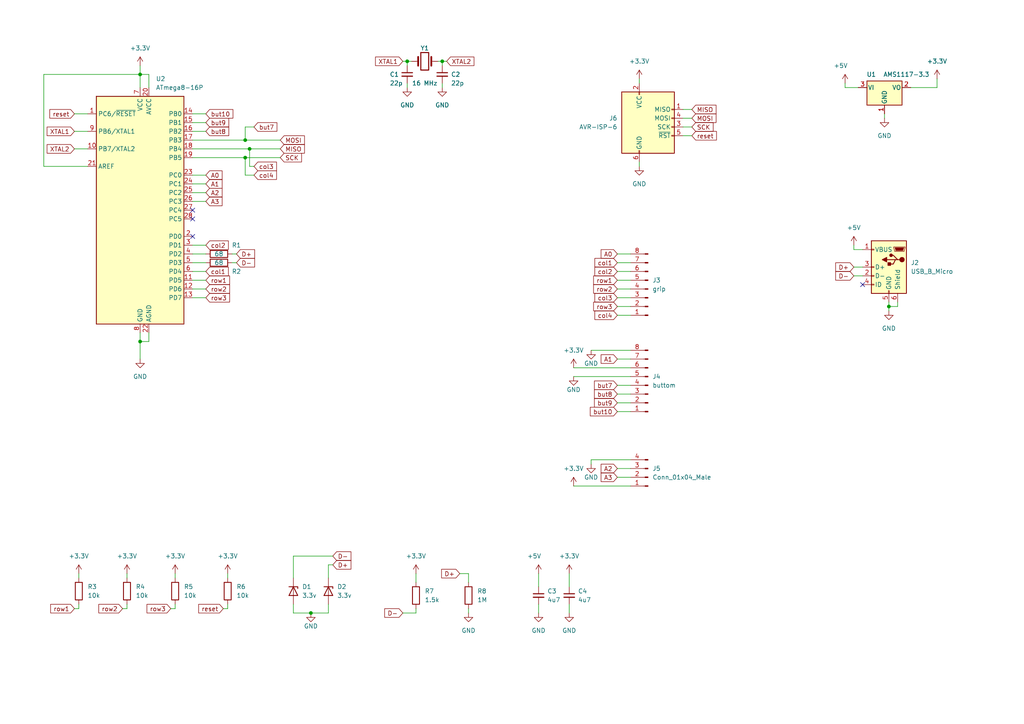
<source format=kicad_sch>
(kicad_sch (version 20211123) (generator eeschema)

  (uuid 556e6db1-f723-42f2-bb07-8c6d187ec174)

  (paper "A4")

  (lib_symbols
    (symbol "Connector:AVR-ISP-6" (pin_names (offset 1.016)) (in_bom yes) (on_board yes)
      (property "Reference" "J" (id 0) (at -6.35 11.43 0)
        (effects (font (size 1.27 1.27)) (justify left))
      )
      (property "Value" "AVR-ISP-6" (id 1) (at 0 11.43 0)
        (effects (font (size 1.27 1.27)) (justify left))
      )
      (property "Footprint" "" (id 2) (at -6.35 1.27 90)
        (effects (font (size 1.27 1.27)) hide)
      )
      (property "Datasheet" " ~" (id 3) (at -32.385 -13.97 0)
        (effects (font (size 1.27 1.27)) hide)
      )
      (property "ki_keywords" "AVR ISP Connector" (id 4) (at 0 0 0)
        (effects (font (size 1.27 1.27)) hide)
      )
      (property "ki_description" "Atmel 6-pin ISP connector" (id 5) (at 0 0 0)
        (effects (font (size 1.27 1.27)) hide)
      )
      (property "ki_fp_filters" "IDC?Header*2x03* Pin?Header*2x03*" (id 6) (at 0 0 0)
        (effects (font (size 1.27 1.27)) hide)
      )
      (symbol "AVR-ISP-6_0_1"
        (rectangle (start -2.667 -6.858) (end -2.413 -7.62)
          (stroke (width 0) (type default) (color 0 0 0 0))
          (fill (type none))
        )
        (rectangle (start -2.667 10.16) (end -2.413 9.398)
          (stroke (width 0) (type default) (color 0 0 0 0))
          (fill (type none))
        )
        (rectangle (start 7.62 -2.413) (end 6.858 -2.667)
          (stroke (width 0) (type default) (color 0 0 0 0))
          (fill (type none))
        )
        (rectangle (start 7.62 0.127) (end 6.858 -0.127)
          (stroke (width 0) (type default) (color 0 0 0 0))
          (fill (type none))
        )
        (rectangle (start 7.62 2.667) (end 6.858 2.413)
          (stroke (width 0) (type default) (color 0 0 0 0))
          (fill (type none))
        )
        (rectangle (start 7.62 5.207) (end 6.858 4.953)
          (stroke (width 0) (type default) (color 0 0 0 0))
          (fill (type none))
        )
        (rectangle (start 7.62 10.16) (end -7.62 -7.62)
          (stroke (width 0.254) (type default) (color 0 0 0 0))
          (fill (type background))
        )
      )
      (symbol "AVR-ISP-6_1_1"
        (pin passive line (at 10.16 5.08 180) (length 2.54)
          (name "MISO" (effects (font (size 1.27 1.27))))
          (number "1" (effects (font (size 1.27 1.27))))
        )
        (pin passive line (at -2.54 12.7 270) (length 2.54)
          (name "VCC" (effects (font (size 1.27 1.27))))
          (number "2" (effects (font (size 1.27 1.27))))
        )
        (pin passive line (at 10.16 0 180) (length 2.54)
          (name "SCK" (effects (font (size 1.27 1.27))))
          (number "3" (effects (font (size 1.27 1.27))))
        )
        (pin passive line (at 10.16 2.54 180) (length 2.54)
          (name "MOSI" (effects (font (size 1.27 1.27))))
          (number "4" (effects (font (size 1.27 1.27))))
        )
        (pin passive line (at 10.16 -2.54 180) (length 2.54)
          (name "~{RST}" (effects (font (size 1.27 1.27))))
          (number "5" (effects (font (size 1.27 1.27))))
        )
        (pin passive line (at -2.54 -10.16 90) (length 2.54)
          (name "GND" (effects (font (size 1.27 1.27))))
          (number "6" (effects (font (size 1.27 1.27))))
        )
      )
    )
    (symbol "Connector:Conn_01x04_Male" (pin_names (offset 1.016) hide) (in_bom yes) (on_board yes)
      (property "Reference" "J" (id 0) (at 0 5.08 0)
        (effects (font (size 1.27 1.27)))
      )
      (property "Value" "Conn_01x04_Male" (id 1) (at 0 -7.62 0)
        (effects (font (size 1.27 1.27)))
      )
      (property "Footprint" "" (id 2) (at 0 0 0)
        (effects (font (size 1.27 1.27)) hide)
      )
      (property "Datasheet" "~" (id 3) (at 0 0 0)
        (effects (font (size 1.27 1.27)) hide)
      )
      (property "ki_keywords" "connector" (id 4) (at 0 0 0)
        (effects (font (size 1.27 1.27)) hide)
      )
      (property "ki_description" "Generic connector, single row, 01x04, script generated (kicad-library-utils/schlib/autogen/connector/)" (id 5) (at 0 0 0)
        (effects (font (size 1.27 1.27)) hide)
      )
      (property "ki_fp_filters" "Connector*:*_1x??_*" (id 6) (at 0 0 0)
        (effects (font (size 1.27 1.27)) hide)
      )
      (symbol "Conn_01x04_Male_1_1"
        (polyline
          (pts
            (xy 1.27 -5.08)
            (xy 0.8636 -5.08)
          )
          (stroke (width 0.1524) (type default) (color 0 0 0 0))
          (fill (type none))
        )
        (polyline
          (pts
            (xy 1.27 -2.54)
            (xy 0.8636 -2.54)
          )
          (stroke (width 0.1524) (type default) (color 0 0 0 0))
          (fill (type none))
        )
        (polyline
          (pts
            (xy 1.27 0)
            (xy 0.8636 0)
          )
          (stroke (width 0.1524) (type default) (color 0 0 0 0))
          (fill (type none))
        )
        (polyline
          (pts
            (xy 1.27 2.54)
            (xy 0.8636 2.54)
          )
          (stroke (width 0.1524) (type default) (color 0 0 0 0))
          (fill (type none))
        )
        (rectangle (start 0.8636 -4.953) (end 0 -5.207)
          (stroke (width 0.1524) (type default) (color 0 0 0 0))
          (fill (type outline))
        )
        (rectangle (start 0.8636 -2.413) (end 0 -2.667)
          (stroke (width 0.1524) (type default) (color 0 0 0 0))
          (fill (type outline))
        )
        (rectangle (start 0.8636 0.127) (end 0 -0.127)
          (stroke (width 0.1524) (type default) (color 0 0 0 0))
          (fill (type outline))
        )
        (rectangle (start 0.8636 2.667) (end 0 2.413)
          (stroke (width 0.1524) (type default) (color 0 0 0 0))
          (fill (type outline))
        )
        (pin passive line (at 5.08 2.54 180) (length 3.81)
          (name "Pin_1" (effects (font (size 1.27 1.27))))
          (number "1" (effects (font (size 1.27 1.27))))
        )
        (pin passive line (at 5.08 0 180) (length 3.81)
          (name "Pin_2" (effects (font (size 1.27 1.27))))
          (number "2" (effects (font (size 1.27 1.27))))
        )
        (pin passive line (at 5.08 -2.54 180) (length 3.81)
          (name "Pin_3" (effects (font (size 1.27 1.27))))
          (number "3" (effects (font (size 1.27 1.27))))
        )
        (pin passive line (at 5.08 -5.08 180) (length 3.81)
          (name "Pin_4" (effects (font (size 1.27 1.27))))
          (number "4" (effects (font (size 1.27 1.27))))
        )
      )
    )
    (symbol "Connector:Conn_01x08_Male" (pin_names (offset 1.016) hide) (in_bom yes) (on_board yes)
      (property "Reference" "J" (id 0) (at 0 10.16 0)
        (effects (font (size 1.27 1.27)))
      )
      (property "Value" "Conn_01x08_Male" (id 1) (at 0 -12.7 0)
        (effects (font (size 1.27 1.27)))
      )
      (property "Footprint" "" (id 2) (at 0 0 0)
        (effects (font (size 1.27 1.27)) hide)
      )
      (property "Datasheet" "~" (id 3) (at 0 0 0)
        (effects (font (size 1.27 1.27)) hide)
      )
      (property "ki_keywords" "connector" (id 4) (at 0 0 0)
        (effects (font (size 1.27 1.27)) hide)
      )
      (property "ki_description" "Generic connector, single row, 01x08, script generated (kicad-library-utils/schlib/autogen/connector/)" (id 5) (at 0 0 0)
        (effects (font (size 1.27 1.27)) hide)
      )
      (property "ki_fp_filters" "Connector*:*_1x??_*" (id 6) (at 0 0 0)
        (effects (font (size 1.27 1.27)) hide)
      )
      (symbol "Conn_01x08_Male_1_1"
        (polyline
          (pts
            (xy 1.27 -10.16)
            (xy 0.8636 -10.16)
          )
          (stroke (width 0.1524) (type default) (color 0 0 0 0))
          (fill (type none))
        )
        (polyline
          (pts
            (xy 1.27 -7.62)
            (xy 0.8636 -7.62)
          )
          (stroke (width 0.1524) (type default) (color 0 0 0 0))
          (fill (type none))
        )
        (polyline
          (pts
            (xy 1.27 -5.08)
            (xy 0.8636 -5.08)
          )
          (stroke (width 0.1524) (type default) (color 0 0 0 0))
          (fill (type none))
        )
        (polyline
          (pts
            (xy 1.27 -2.54)
            (xy 0.8636 -2.54)
          )
          (stroke (width 0.1524) (type default) (color 0 0 0 0))
          (fill (type none))
        )
        (polyline
          (pts
            (xy 1.27 0)
            (xy 0.8636 0)
          )
          (stroke (width 0.1524) (type default) (color 0 0 0 0))
          (fill (type none))
        )
        (polyline
          (pts
            (xy 1.27 2.54)
            (xy 0.8636 2.54)
          )
          (stroke (width 0.1524) (type default) (color 0 0 0 0))
          (fill (type none))
        )
        (polyline
          (pts
            (xy 1.27 5.08)
            (xy 0.8636 5.08)
          )
          (stroke (width 0.1524) (type default) (color 0 0 0 0))
          (fill (type none))
        )
        (polyline
          (pts
            (xy 1.27 7.62)
            (xy 0.8636 7.62)
          )
          (stroke (width 0.1524) (type default) (color 0 0 0 0))
          (fill (type none))
        )
        (rectangle (start 0.8636 -10.033) (end 0 -10.287)
          (stroke (width 0.1524) (type default) (color 0 0 0 0))
          (fill (type outline))
        )
        (rectangle (start 0.8636 -7.493) (end 0 -7.747)
          (stroke (width 0.1524) (type default) (color 0 0 0 0))
          (fill (type outline))
        )
        (rectangle (start 0.8636 -4.953) (end 0 -5.207)
          (stroke (width 0.1524) (type default) (color 0 0 0 0))
          (fill (type outline))
        )
        (rectangle (start 0.8636 -2.413) (end 0 -2.667)
          (stroke (width 0.1524) (type default) (color 0 0 0 0))
          (fill (type outline))
        )
        (rectangle (start 0.8636 0.127) (end 0 -0.127)
          (stroke (width 0.1524) (type default) (color 0 0 0 0))
          (fill (type outline))
        )
        (rectangle (start 0.8636 2.667) (end 0 2.413)
          (stroke (width 0.1524) (type default) (color 0 0 0 0))
          (fill (type outline))
        )
        (rectangle (start 0.8636 5.207) (end 0 4.953)
          (stroke (width 0.1524) (type default) (color 0 0 0 0))
          (fill (type outline))
        )
        (rectangle (start 0.8636 7.747) (end 0 7.493)
          (stroke (width 0.1524) (type default) (color 0 0 0 0))
          (fill (type outline))
        )
        (pin passive line (at 5.08 7.62 180) (length 3.81)
          (name "Pin_1" (effects (font (size 1.27 1.27))))
          (number "1" (effects (font (size 1.27 1.27))))
        )
        (pin passive line (at 5.08 5.08 180) (length 3.81)
          (name "Pin_2" (effects (font (size 1.27 1.27))))
          (number "2" (effects (font (size 1.27 1.27))))
        )
        (pin passive line (at 5.08 2.54 180) (length 3.81)
          (name "Pin_3" (effects (font (size 1.27 1.27))))
          (number "3" (effects (font (size 1.27 1.27))))
        )
        (pin passive line (at 5.08 0 180) (length 3.81)
          (name "Pin_4" (effects (font (size 1.27 1.27))))
          (number "4" (effects (font (size 1.27 1.27))))
        )
        (pin passive line (at 5.08 -2.54 180) (length 3.81)
          (name "Pin_5" (effects (font (size 1.27 1.27))))
          (number "5" (effects (font (size 1.27 1.27))))
        )
        (pin passive line (at 5.08 -5.08 180) (length 3.81)
          (name "Pin_6" (effects (font (size 1.27 1.27))))
          (number "6" (effects (font (size 1.27 1.27))))
        )
        (pin passive line (at 5.08 -7.62 180) (length 3.81)
          (name "Pin_7" (effects (font (size 1.27 1.27))))
          (number "7" (effects (font (size 1.27 1.27))))
        )
        (pin passive line (at 5.08 -10.16 180) (length 3.81)
          (name "Pin_8" (effects (font (size 1.27 1.27))))
          (number "8" (effects (font (size 1.27 1.27))))
        )
      )
    )
    (symbol "Connector:USB_B_Micro" (pin_names (offset 1.016)) (in_bom yes) (on_board yes)
      (property "Reference" "J" (id 0) (at -5.08 11.43 0)
        (effects (font (size 1.27 1.27)) (justify left))
      )
      (property "Value" "USB_B_Micro" (id 1) (at -5.08 8.89 0)
        (effects (font (size 1.27 1.27)) (justify left))
      )
      (property "Footprint" "" (id 2) (at 3.81 -1.27 0)
        (effects (font (size 1.27 1.27)) hide)
      )
      (property "Datasheet" "~" (id 3) (at 3.81 -1.27 0)
        (effects (font (size 1.27 1.27)) hide)
      )
      (property "ki_keywords" "connector USB micro" (id 4) (at 0 0 0)
        (effects (font (size 1.27 1.27)) hide)
      )
      (property "ki_description" "USB Micro Type B connector" (id 5) (at 0 0 0)
        (effects (font (size 1.27 1.27)) hide)
      )
      (property "ki_fp_filters" "USB*" (id 6) (at 0 0 0)
        (effects (font (size 1.27 1.27)) hide)
      )
      (symbol "USB_B_Micro_0_1"
        (rectangle (start -5.08 -7.62) (end 5.08 7.62)
          (stroke (width 0.254) (type default) (color 0 0 0 0))
          (fill (type background))
        )
        (circle (center -3.81 2.159) (radius 0.635)
          (stroke (width 0.254) (type default) (color 0 0 0 0))
          (fill (type outline))
        )
        (circle (center -0.635 3.429) (radius 0.381)
          (stroke (width 0.254) (type default) (color 0 0 0 0))
          (fill (type outline))
        )
        (rectangle (start -0.127 -7.62) (end 0.127 -6.858)
          (stroke (width 0) (type default) (color 0 0 0 0))
          (fill (type none))
        )
        (polyline
          (pts
            (xy -1.905 2.159)
            (xy 0.635 2.159)
          )
          (stroke (width 0.254) (type default) (color 0 0 0 0))
          (fill (type none))
        )
        (polyline
          (pts
            (xy -3.175 2.159)
            (xy -2.54 2.159)
            (xy -1.27 3.429)
            (xy -0.635 3.429)
          )
          (stroke (width 0.254) (type default) (color 0 0 0 0))
          (fill (type none))
        )
        (polyline
          (pts
            (xy -2.54 2.159)
            (xy -1.905 2.159)
            (xy -1.27 0.889)
            (xy 0 0.889)
          )
          (stroke (width 0.254) (type default) (color 0 0 0 0))
          (fill (type none))
        )
        (polyline
          (pts
            (xy 0.635 2.794)
            (xy 0.635 1.524)
            (xy 1.905 2.159)
            (xy 0.635 2.794)
          )
          (stroke (width 0.254) (type default) (color 0 0 0 0))
          (fill (type outline))
        )
        (polyline
          (pts
            (xy -4.318 5.588)
            (xy -1.778 5.588)
            (xy -2.032 4.826)
            (xy -4.064 4.826)
            (xy -4.318 5.588)
          )
          (stroke (width 0) (type default) (color 0 0 0 0))
          (fill (type outline))
        )
        (polyline
          (pts
            (xy -4.699 5.842)
            (xy -4.699 5.588)
            (xy -4.445 4.826)
            (xy -4.445 4.572)
            (xy -1.651 4.572)
            (xy -1.651 4.826)
            (xy -1.397 5.588)
            (xy -1.397 5.842)
            (xy -4.699 5.842)
          )
          (stroke (width 0) (type default) (color 0 0 0 0))
          (fill (type none))
        )
        (rectangle (start 0.254 1.27) (end -0.508 0.508)
          (stroke (width 0.254) (type default) (color 0 0 0 0))
          (fill (type outline))
        )
        (rectangle (start 5.08 -5.207) (end 4.318 -4.953)
          (stroke (width 0) (type default) (color 0 0 0 0))
          (fill (type none))
        )
        (rectangle (start 5.08 -2.667) (end 4.318 -2.413)
          (stroke (width 0) (type default) (color 0 0 0 0))
          (fill (type none))
        )
        (rectangle (start 5.08 -0.127) (end 4.318 0.127)
          (stroke (width 0) (type default) (color 0 0 0 0))
          (fill (type none))
        )
        (rectangle (start 5.08 4.953) (end 4.318 5.207)
          (stroke (width 0) (type default) (color 0 0 0 0))
          (fill (type none))
        )
      )
      (symbol "USB_B_Micro_1_1"
        (pin power_out line (at 7.62 5.08 180) (length 2.54)
          (name "VBUS" (effects (font (size 1.27 1.27))))
          (number "1" (effects (font (size 1.27 1.27))))
        )
        (pin bidirectional line (at 7.62 -2.54 180) (length 2.54)
          (name "D-" (effects (font (size 1.27 1.27))))
          (number "2" (effects (font (size 1.27 1.27))))
        )
        (pin bidirectional line (at 7.62 0 180) (length 2.54)
          (name "D+" (effects (font (size 1.27 1.27))))
          (number "3" (effects (font (size 1.27 1.27))))
        )
        (pin passive line (at 7.62 -5.08 180) (length 2.54)
          (name "ID" (effects (font (size 1.27 1.27))))
          (number "4" (effects (font (size 1.27 1.27))))
        )
        (pin power_out line (at 0 -10.16 90) (length 2.54)
          (name "GND" (effects (font (size 1.27 1.27))))
          (number "5" (effects (font (size 1.27 1.27))))
        )
        (pin passive line (at -2.54 -10.16 90) (length 2.54)
          (name "Shield" (effects (font (size 1.27 1.27))))
          (number "6" (effects (font (size 1.27 1.27))))
        )
      )
    )
    (symbol "Device:C_Small" (pin_numbers hide) (pin_names (offset 0.254) hide) (in_bom yes) (on_board yes)
      (property "Reference" "C" (id 0) (at 0.254 1.778 0)
        (effects (font (size 1.27 1.27)) (justify left))
      )
      (property "Value" "C_Small" (id 1) (at 0.254 -2.032 0)
        (effects (font (size 1.27 1.27)) (justify left))
      )
      (property "Footprint" "" (id 2) (at 0 0 0)
        (effects (font (size 1.27 1.27)) hide)
      )
      (property "Datasheet" "~" (id 3) (at 0 0 0)
        (effects (font (size 1.27 1.27)) hide)
      )
      (property "ki_keywords" "capacitor cap" (id 4) (at 0 0 0)
        (effects (font (size 1.27 1.27)) hide)
      )
      (property "ki_description" "Unpolarized capacitor, small symbol" (id 5) (at 0 0 0)
        (effects (font (size 1.27 1.27)) hide)
      )
      (property "ki_fp_filters" "C_*" (id 6) (at 0 0 0)
        (effects (font (size 1.27 1.27)) hide)
      )
      (symbol "C_Small_0_1"
        (polyline
          (pts
            (xy -1.524 -0.508)
            (xy 1.524 -0.508)
          )
          (stroke (width 0.3302) (type default) (color 0 0 0 0))
          (fill (type none))
        )
        (polyline
          (pts
            (xy -1.524 0.508)
            (xy 1.524 0.508)
          )
          (stroke (width 0.3048) (type default) (color 0 0 0 0))
          (fill (type none))
        )
      )
      (symbol "C_Small_1_1"
        (pin passive line (at 0 2.54 270) (length 2.032)
          (name "~" (effects (font (size 1.27 1.27))))
          (number "1" (effects (font (size 1.27 1.27))))
        )
        (pin passive line (at 0 -2.54 90) (length 2.032)
          (name "~" (effects (font (size 1.27 1.27))))
          (number "2" (effects (font (size 1.27 1.27))))
        )
      )
    )
    (symbol "Device:Crystal" (pin_numbers hide) (pin_names (offset 1.016) hide) (in_bom yes) (on_board yes)
      (property "Reference" "Y" (id 0) (at 0 3.81 0)
        (effects (font (size 1.27 1.27)))
      )
      (property "Value" "Crystal" (id 1) (at 0 -3.81 0)
        (effects (font (size 1.27 1.27)))
      )
      (property "Footprint" "" (id 2) (at 0 0 0)
        (effects (font (size 1.27 1.27)) hide)
      )
      (property "Datasheet" "~" (id 3) (at 0 0 0)
        (effects (font (size 1.27 1.27)) hide)
      )
      (property "ki_keywords" "quartz ceramic resonator oscillator" (id 4) (at 0 0 0)
        (effects (font (size 1.27 1.27)) hide)
      )
      (property "ki_description" "Two pin crystal" (id 5) (at 0 0 0)
        (effects (font (size 1.27 1.27)) hide)
      )
      (property "ki_fp_filters" "Crystal*" (id 6) (at 0 0 0)
        (effects (font (size 1.27 1.27)) hide)
      )
      (symbol "Crystal_0_1"
        (rectangle (start -1.143 2.54) (end 1.143 -2.54)
          (stroke (width 0.3048) (type default) (color 0 0 0 0))
          (fill (type none))
        )
        (polyline
          (pts
            (xy -2.54 0)
            (xy -1.905 0)
          )
          (stroke (width 0) (type default) (color 0 0 0 0))
          (fill (type none))
        )
        (polyline
          (pts
            (xy -1.905 -1.27)
            (xy -1.905 1.27)
          )
          (stroke (width 0.508) (type default) (color 0 0 0 0))
          (fill (type none))
        )
        (polyline
          (pts
            (xy 1.905 -1.27)
            (xy 1.905 1.27)
          )
          (stroke (width 0.508) (type default) (color 0 0 0 0))
          (fill (type none))
        )
        (polyline
          (pts
            (xy 2.54 0)
            (xy 1.905 0)
          )
          (stroke (width 0) (type default) (color 0 0 0 0))
          (fill (type none))
        )
      )
      (symbol "Crystal_1_1"
        (pin passive line (at -3.81 0 0) (length 1.27)
          (name "1" (effects (font (size 1.27 1.27))))
          (number "1" (effects (font (size 1.27 1.27))))
        )
        (pin passive line (at 3.81 0 180) (length 1.27)
          (name "2" (effects (font (size 1.27 1.27))))
          (number "2" (effects (font (size 1.27 1.27))))
        )
      )
    )
    (symbol "Device:D_Zener" (pin_numbers hide) (pin_names (offset 1.016) hide) (in_bom yes) (on_board yes)
      (property "Reference" "D" (id 0) (at 0 2.54 0)
        (effects (font (size 1.27 1.27)))
      )
      (property "Value" "D_Zener" (id 1) (at 0 -2.54 0)
        (effects (font (size 1.27 1.27)))
      )
      (property "Footprint" "" (id 2) (at 0 0 0)
        (effects (font (size 1.27 1.27)) hide)
      )
      (property "Datasheet" "~" (id 3) (at 0 0 0)
        (effects (font (size 1.27 1.27)) hide)
      )
      (property "ki_keywords" "diode" (id 4) (at 0 0 0)
        (effects (font (size 1.27 1.27)) hide)
      )
      (property "ki_description" "Zener diode" (id 5) (at 0 0 0)
        (effects (font (size 1.27 1.27)) hide)
      )
      (property "ki_fp_filters" "TO-???* *_Diode_* *SingleDiode* D_*" (id 6) (at 0 0 0)
        (effects (font (size 1.27 1.27)) hide)
      )
      (symbol "D_Zener_0_1"
        (polyline
          (pts
            (xy 1.27 0)
            (xy -1.27 0)
          )
          (stroke (width 0) (type default) (color 0 0 0 0))
          (fill (type none))
        )
        (polyline
          (pts
            (xy -1.27 -1.27)
            (xy -1.27 1.27)
            (xy -0.762 1.27)
          )
          (stroke (width 0.254) (type default) (color 0 0 0 0))
          (fill (type none))
        )
        (polyline
          (pts
            (xy 1.27 -1.27)
            (xy 1.27 1.27)
            (xy -1.27 0)
            (xy 1.27 -1.27)
          )
          (stroke (width 0.254) (type default) (color 0 0 0 0))
          (fill (type none))
        )
      )
      (symbol "D_Zener_1_1"
        (pin passive line (at -3.81 0 0) (length 2.54)
          (name "K" (effects (font (size 1.27 1.27))))
          (number "1" (effects (font (size 1.27 1.27))))
        )
        (pin passive line (at 3.81 0 180) (length 2.54)
          (name "A" (effects (font (size 1.27 1.27))))
          (number "2" (effects (font (size 1.27 1.27))))
        )
      )
    )
    (symbol "Device:R" (pin_numbers hide) (pin_names (offset 0)) (in_bom yes) (on_board yes)
      (property "Reference" "R" (id 0) (at 2.032 0 90)
        (effects (font (size 1.27 1.27)))
      )
      (property "Value" "R" (id 1) (at 0 0 90)
        (effects (font (size 1.27 1.27)))
      )
      (property "Footprint" "" (id 2) (at -1.778 0 90)
        (effects (font (size 1.27 1.27)) hide)
      )
      (property "Datasheet" "~" (id 3) (at 0 0 0)
        (effects (font (size 1.27 1.27)) hide)
      )
      (property "ki_keywords" "R res resistor" (id 4) (at 0 0 0)
        (effects (font (size 1.27 1.27)) hide)
      )
      (property "ki_description" "Resistor" (id 5) (at 0 0 0)
        (effects (font (size 1.27 1.27)) hide)
      )
      (property "ki_fp_filters" "R_*" (id 6) (at 0 0 0)
        (effects (font (size 1.27 1.27)) hide)
      )
      (symbol "R_0_1"
        (rectangle (start -1.016 -2.54) (end 1.016 2.54)
          (stroke (width 0.254) (type default) (color 0 0 0 0))
          (fill (type none))
        )
      )
      (symbol "R_1_1"
        (pin passive line (at 0 3.81 270) (length 1.27)
          (name "~" (effects (font (size 1.27 1.27))))
          (number "1" (effects (font (size 1.27 1.27))))
        )
        (pin passive line (at 0 -3.81 90) (length 1.27)
          (name "~" (effects (font (size 1.27 1.27))))
          (number "2" (effects (font (size 1.27 1.27))))
        )
      )
    )
    (symbol "MCU_Microchip_ATmega:ATmega8-16P" (in_bom yes) (on_board yes)
      (property "Reference" "U" (id 0) (at -12.7 34.29 0)
        (effects (font (size 1.27 1.27)) (justify left bottom))
      )
      (property "Value" "ATmega8-16P" (id 1) (at 5.08 -34.29 0)
        (effects (font (size 1.27 1.27)) (justify left top))
      )
      (property "Footprint" "Package_DIP:DIP-28_W7.62mm" (id 2) (at 0 0 0)
        (effects (font (size 1.27 1.27) italic) hide)
      )
      (property "Datasheet" "http://ww1.microchip.com/downloads/en/DeviceDoc/atmel-2486-8-bit-avr-microcontroller-atmega8_l_datasheet.pdf" (id 3) (at 0 0 0)
        (effects (font (size 1.27 1.27)) hide)
      )
      (property "ki_keywords" "AVR 8bit Microcontroller MegaAVR" (id 4) (at 0 0 0)
        (effects (font (size 1.27 1.27)) hide)
      )
      (property "ki_description" "16MHz, 8kB Flash, 1kB SRAM, 512B EEPROM, DIP-28" (id 5) (at 0 0 0)
        (effects (font (size 1.27 1.27)) hide)
      )
      (property "ki_fp_filters" "DIP*W7.62mm*" (id 6) (at 0 0 0)
        (effects (font (size 1.27 1.27)) hide)
      )
      (symbol "ATmega8-16P_0_1"
        (rectangle (start -12.7 -33.02) (end 12.7 33.02)
          (stroke (width 0.254) (type default) (color 0 0 0 0))
          (fill (type background))
        )
      )
      (symbol "ATmega8-16P_1_1"
        (pin bidirectional line (at -15.24 27.94 0) (length 2.54)
          (name "PC6/~{RESET}" (effects (font (size 1.27 1.27))))
          (number "1" (effects (font (size 1.27 1.27))))
        )
        (pin bidirectional line (at -15.24 17.78 0) (length 2.54)
          (name "PB7/XTAL2" (effects (font (size 1.27 1.27))))
          (number "10" (effects (font (size 1.27 1.27))))
        )
        (pin bidirectional line (at 15.24 -20.32 180) (length 2.54)
          (name "PD5" (effects (font (size 1.27 1.27))))
          (number "11" (effects (font (size 1.27 1.27))))
        )
        (pin bidirectional line (at 15.24 -22.86 180) (length 2.54)
          (name "PD6" (effects (font (size 1.27 1.27))))
          (number "12" (effects (font (size 1.27 1.27))))
        )
        (pin bidirectional line (at 15.24 -25.4 180) (length 2.54)
          (name "PD7" (effects (font (size 1.27 1.27))))
          (number "13" (effects (font (size 1.27 1.27))))
        )
        (pin bidirectional line (at 15.24 27.94 180) (length 2.54)
          (name "PB0" (effects (font (size 1.27 1.27))))
          (number "14" (effects (font (size 1.27 1.27))))
        )
        (pin bidirectional line (at 15.24 25.4 180) (length 2.54)
          (name "PB1" (effects (font (size 1.27 1.27))))
          (number "15" (effects (font (size 1.27 1.27))))
        )
        (pin bidirectional line (at 15.24 22.86 180) (length 2.54)
          (name "PB2" (effects (font (size 1.27 1.27))))
          (number "16" (effects (font (size 1.27 1.27))))
        )
        (pin bidirectional line (at 15.24 20.32 180) (length 2.54)
          (name "PB3" (effects (font (size 1.27 1.27))))
          (number "17" (effects (font (size 1.27 1.27))))
        )
        (pin bidirectional line (at 15.24 17.78 180) (length 2.54)
          (name "PB4" (effects (font (size 1.27 1.27))))
          (number "18" (effects (font (size 1.27 1.27))))
        )
        (pin bidirectional line (at 15.24 15.24 180) (length 2.54)
          (name "PB5" (effects (font (size 1.27 1.27))))
          (number "19" (effects (font (size 1.27 1.27))))
        )
        (pin bidirectional line (at 15.24 -7.62 180) (length 2.54)
          (name "PD0" (effects (font (size 1.27 1.27))))
          (number "2" (effects (font (size 1.27 1.27))))
        )
        (pin power_in line (at 2.54 35.56 270) (length 2.54)
          (name "AVCC" (effects (font (size 1.27 1.27))))
          (number "20" (effects (font (size 1.27 1.27))))
        )
        (pin passive line (at -15.24 12.7 0) (length 2.54)
          (name "AREF" (effects (font (size 1.27 1.27))))
          (number "21" (effects (font (size 1.27 1.27))))
        )
        (pin power_in line (at 2.54 -35.56 90) (length 2.54)
          (name "AGND" (effects (font (size 1.27 1.27))))
          (number "22" (effects (font (size 1.27 1.27))))
        )
        (pin bidirectional line (at 15.24 10.16 180) (length 2.54)
          (name "PC0" (effects (font (size 1.27 1.27))))
          (number "23" (effects (font (size 1.27 1.27))))
        )
        (pin bidirectional line (at 15.24 7.62 180) (length 2.54)
          (name "PC1" (effects (font (size 1.27 1.27))))
          (number "24" (effects (font (size 1.27 1.27))))
        )
        (pin bidirectional line (at 15.24 5.08 180) (length 2.54)
          (name "PC2" (effects (font (size 1.27 1.27))))
          (number "25" (effects (font (size 1.27 1.27))))
        )
        (pin bidirectional line (at 15.24 2.54 180) (length 2.54)
          (name "PC3" (effects (font (size 1.27 1.27))))
          (number "26" (effects (font (size 1.27 1.27))))
        )
        (pin bidirectional line (at 15.24 0 180) (length 2.54)
          (name "PC4" (effects (font (size 1.27 1.27))))
          (number "27" (effects (font (size 1.27 1.27))))
        )
        (pin bidirectional line (at 15.24 -2.54 180) (length 2.54)
          (name "PC5" (effects (font (size 1.27 1.27))))
          (number "28" (effects (font (size 1.27 1.27))))
        )
        (pin bidirectional line (at 15.24 -10.16 180) (length 2.54)
          (name "PD1" (effects (font (size 1.27 1.27))))
          (number "3" (effects (font (size 1.27 1.27))))
        )
        (pin bidirectional line (at 15.24 -12.7 180) (length 2.54)
          (name "PD2" (effects (font (size 1.27 1.27))))
          (number "4" (effects (font (size 1.27 1.27))))
        )
        (pin bidirectional line (at 15.24 -15.24 180) (length 2.54)
          (name "PD3" (effects (font (size 1.27 1.27))))
          (number "5" (effects (font (size 1.27 1.27))))
        )
        (pin bidirectional line (at 15.24 -17.78 180) (length 2.54)
          (name "PD4" (effects (font (size 1.27 1.27))))
          (number "6" (effects (font (size 1.27 1.27))))
        )
        (pin power_in line (at 0 35.56 270) (length 2.54)
          (name "VCC" (effects (font (size 1.27 1.27))))
          (number "7" (effects (font (size 1.27 1.27))))
        )
        (pin power_in line (at 0 -35.56 90) (length 2.54)
          (name "GND" (effects (font (size 1.27 1.27))))
          (number "8" (effects (font (size 1.27 1.27))))
        )
        (pin bidirectional line (at -15.24 22.86 0) (length 2.54)
          (name "PB6/XTAL1" (effects (font (size 1.27 1.27))))
          (number "9" (effects (font (size 1.27 1.27))))
        )
      )
    )
    (symbol "Regulator_Linear:AMS1117-3.3" (pin_names (offset 0.254)) (in_bom yes) (on_board yes)
      (property "Reference" "U" (id 0) (at -3.81 3.175 0)
        (effects (font (size 1.27 1.27)))
      )
      (property "Value" "AMS1117-3.3" (id 1) (at 0 3.175 0)
        (effects (font (size 1.27 1.27)) (justify left))
      )
      (property "Footprint" "Package_TO_SOT_SMD:SOT-223-3_TabPin2" (id 2) (at 0 5.08 0)
        (effects (font (size 1.27 1.27)) hide)
      )
      (property "Datasheet" "http://www.advanced-monolithic.com/pdf/ds1117.pdf" (id 3) (at 2.54 -6.35 0)
        (effects (font (size 1.27 1.27)) hide)
      )
      (property "ki_keywords" "linear regulator ldo fixed positive" (id 4) (at 0 0 0)
        (effects (font (size 1.27 1.27)) hide)
      )
      (property "ki_description" "1A Low Dropout regulator, positive, 3.3V fixed output, SOT-223" (id 5) (at 0 0 0)
        (effects (font (size 1.27 1.27)) hide)
      )
      (property "ki_fp_filters" "SOT?223*TabPin2*" (id 6) (at 0 0 0)
        (effects (font (size 1.27 1.27)) hide)
      )
      (symbol "AMS1117-3.3_0_1"
        (rectangle (start -5.08 -5.08) (end 5.08 1.905)
          (stroke (width 0.254) (type default) (color 0 0 0 0))
          (fill (type background))
        )
      )
      (symbol "AMS1117-3.3_1_1"
        (pin power_in line (at 0 -7.62 90) (length 2.54)
          (name "GND" (effects (font (size 1.27 1.27))))
          (number "1" (effects (font (size 1.27 1.27))))
        )
        (pin power_out line (at 7.62 0 180) (length 2.54)
          (name "VO" (effects (font (size 1.27 1.27))))
          (number "2" (effects (font (size 1.27 1.27))))
        )
        (pin power_in line (at -7.62 0 0) (length 2.54)
          (name "VI" (effects (font (size 1.27 1.27))))
          (number "3" (effects (font (size 1.27 1.27))))
        )
      )
    )
    (symbol "power:+3.3V" (power) (pin_names (offset 0)) (in_bom yes) (on_board yes)
      (property "Reference" "#PWR" (id 0) (at 0 -3.81 0)
        (effects (font (size 1.27 1.27)) hide)
      )
      (property "Value" "+3.3V" (id 1) (at 0 3.556 0)
        (effects (font (size 1.27 1.27)))
      )
      (property "Footprint" "" (id 2) (at 0 0 0)
        (effects (font (size 1.27 1.27)) hide)
      )
      (property "Datasheet" "" (id 3) (at 0 0 0)
        (effects (font (size 1.27 1.27)) hide)
      )
      (property "ki_keywords" "power-flag" (id 4) (at 0 0 0)
        (effects (font (size 1.27 1.27)) hide)
      )
      (property "ki_description" "Power symbol creates a global label with name \"+3.3V\"" (id 5) (at 0 0 0)
        (effects (font (size 1.27 1.27)) hide)
      )
      (symbol "+3.3V_0_1"
        (polyline
          (pts
            (xy -0.762 1.27)
            (xy 0 2.54)
          )
          (stroke (width 0) (type default) (color 0 0 0 0))
          (fill (type none))
        )
        (polyline
          (pts
            (xy 0 0)
            (xy 0 2.54)
          )
          (stroke (width 0) (type default) (color 0 0 0 0))
          (fill (type none))
        )
        (polyline
          (pts
            (xy 0 2.54)
            (xy 0.762 1.27)
          )
          (stroke (width 0) (type default) (color 0 0 0 0))
          (fill (type none))
        )
      )
      (symbol "+3.3V_1_1"
        (pin power_in line (at 0 0 90) (length 0) hide
          (name "+3.3V" (effects (font (size 1.27 1.27))))
          (number "1" (effects (font (size 1.27 1.27))))
        )
      )
    )
    (symbol "power:+5V" (power) (pin_names (offset 0)) (in_bom yes) (on_board yes)
      (property "Reference" "#PWR" (id 0) (at 0 -3.81 0)
        (effects (font (size 1.27 1.27)) hide)
      )
      (property "Value" "+5V" (id 1) (at 0 3.556 0)
        (effects (font (size 1.27 1.27)))
      )
      (property "Footprint" "" (id 2) (at 0 0 0)
        (effects (font (size 1.27 1.27)) hide)
      )
      (property "Datasheet" "" (id 3) (at 0 0 0)
        (effects (font (size 1.27 1.27)) hide)
      )
      (property "ki_keywords" "power-flag" (id 4) (at 0 0 0)
        (effects (font (size 1.27 1.27)) hide)
      )
      (property "ki_description" "Power symbol creates a global label with name \"+5V\"" (id 5) (at 0 0 0)
        (effects (font (size 1.27 1.27)) hide)
      )
      (symbol "+5V_0_1"
        (polyline
          (pts
            (xy -0.762 1.27)
            (xy 0 2.54)
          )
          (stroke (width 0) (type default) (color 0 0 0 0))
          (fill (type none))
        )
        (polyline
          (pts
            (xy 0 0)
            (xy 0 2.54)
          )
          (stroke (width 0) (type default) (color 0 0 0 0))
          (fill (type none))
        )
        (polyline
          (pts
            (xy 0 2.54)
            (xy 0.762 1.27)
          )
          (stroke (width 0) (type default) (color 0 0 0 0))
          (fill (type none))
        )
      )
      (symbol "+5V_1_1"
        (pin power_in line (at 0 0 90) (length 0) hide
          (name "+5V" (effects (font (size 1.27 1.27))))
          (number "1" (effects (font (size 1.27 1.27))))
        )
      )
    )
    (symbol "power:GND" (power) (pin_names (offset 0)) (in_bom yes) (on_board yes)
      (property "Reference" "#PWR" (id 0) (at 0 -6.35 0)
        (effects (font (size 1.27 1.27)) hide)
      )
      (property "Value" "GND" (id 1) (at 0 -3.81 0)
        (effects (font (size 1.27 1.27)))
      )
      (property "Footprint" "" (id 2) (at 0 0 0)
        (effects (font (size 1.27 1.27)) hide)
      )
      (property "Datasheet" "" (id 3) (at 0 0 0)
        (effects (font (size 1.27 1.27)) hide)
      )
      (property "ki_keywords" "power-flag" (id 4) (at 0 0 0)
        (effects (font (size 1.27 1.27)) hide)
      )
      (property "ki_description" "Power symbol creates a global label with name \"GND\" , ground" (id 5) (at 0 0 0)
        (effects (font (size 1.27 1.27)) hide)
      )
      (symbol "GND_0_1"
        (polyline
          (pts
            (xy 0 0)
            (xy 0 -1.27)
            (xy 1.27 -1.27)
            (xy 0 -2.54)
            (xy -1.27 -1.27)
            (xy 0 -1.27)
          )
          (stroke (width 0) (type default) (color 0 0 0 0))
          (fill (type none))
        )
      )
      (symbol "GND_1_1"
        (pin power_in line (at 0 0 270) (length 0) hide
          (name "GND" (effects (font (size 1.27 1.27))))
          (number "1" (effects (font (size 1.27 1.27))))
        )
      )
    )
  )

  (junction (at 118.11 17.78) (diameter 0) (color 0 0 0 0)
    (uuid 1dad3ffe-09ac-48b0-84f1-f82861bcce71)
  )
  (junction (at 71.12 40.64) (diameter 0) (color 0 0 0 0)
    (uuid 5d9e67b8-3739-4720-96a2-8c6b03003eb8)
  )
  (junction (at 257.81 88.9) (diameter 0) (color 0 0 0 0)
    (uuid 73720928-2673-4b3d-a135-3cbda122d231)
  )
  (junction (at 71.12 45.72) (diameter 0) (color 0 0 0 0)
    (uuid 864a1eaa-2310-4230-91a3-c8dc636c12b1)
  )
  (junction (at 72.39 43.18) (diameter 0) (color 0 0 0 0)
    (uuid af9e92b2-aa6a-4e3f-ae8d-955a5daa43b7)
  )
  (junction (at 90.17 177.8) (diameter 0) (color 0 0 0 0)
    (uuid c737bf73-15fc-421f-81db-060ef969af2e)
  )
  (junction (at 40.64 99.06) (diameter 0) (color 0 0 0 0)
    (uuid cad3d416-5bc8-435e-bec3-efed46f649d4)
  )
  (junction (at 128.27 17.78) (diameter 0) (color 0 0 0 0)
    (uuid ccdaa03d-cf93-4cc6-bf13-82224b0c2769)
  )
  (junction (at 40.64 21.59) (diameter 0) (color 0 0 0 0)
    (uuid e3a34fa4-fc2e-4fd6-bdab-93da175efd84)
  )

  (no_connect (at 55.88 63.5) (uuid 1ac1fab1-b587-4bc5-b86d-6e7843ff7587))
  (no_connect (at 55.88 60.96) (uuid 1ac1fab1-b587-4bc5-b86d-6e7843ff7588))
  (no_connect (at 250.19 82.55) (uuid 4002f1be-d10a-4e5c-a6bb-94688571ef4f))
  (no_connect (at 55.88 68.58) (uuid 970fa375-0fe5-41b3-8529-b11b25e35328))

  (wire (pts (xy 165.1 166.37) (xy 165.1 170.18))
    (stroke (width 0) (type default) (color 0 0 0 0))
    (uuid 001336af-7e9b-4aac-9a95-69de120ca6a5)
  )
  (wire (pts (xy 55.88 81.28) (xy 59.69 81.28))
    (stroke (width 0) (type default) (color 0 0 0 0))
    (uuid 02d46e44-554e-4b71-9783-9d64ccaf797e)
  )
  (wire (pts (xy 73.66 48.26) (xy 72.39 48.26))
    (stroke (width 0) (type default) (color 0 0 0 0))
    (uuid 05a467de-3347-4217-830b-ee70bce1117c)
  )
  (wire (pts (xy 133.35 166.37) (xy 135.89 166.37))
    (stroke (width 0) (type default) (color 0 0 0 0))
    (uuid 05d94e29-3548-4302-b8b3-967ab365edba)
  )
  (wire (pts (xy 71.12 40.64) (xy 81.28 40.64))
    (stroke (width 0) (type default) (color 0 0 0 0))
    (uuid 08bcbce3-7d6c-487b-a2d6-2e558c1db969)
  )
  (wire (pts (xy 73.66 50.8) (xy 71.12 50.8))
    (stroke (width 0) (type default) (color 0 0 0 0))
    (uuid 0a43ea2c-b29c-443b-a2e1-41d054c3d1bb)
  )
  (wire (pts (xy 247.65 72.39) (xy 250.19 72.39))
    (stroke (width 0) (type default) (color 0 0 0 0))
    (uuid 0af80cfb-265b-40dc-aae4-6b7f9133e171)
  )
  (wire (pts (xy 66.04 176.53) (xy 64.77 176.53))
    (stroke (width 0) (type default) (color 0 0 0 0))
    (uuid 0b912a37-180a-4108-b33c-e6fc1347c819)
  )
  (wire (pts (xy 55.88 40.64) (xy 71.12 40.64))
    (stroke (width 0) (type default) (color 0 0 0 0))
    (uuid 0c3f3c04-69ef-4cfc-8282-5247c8a096e7)
  )
  (wire (pts (xy 166.37 109.22) (xy 182.88 109.22))
    (stroke (width 0) (type default) (color 0 0 0 0))
    (uuid 0ea709bd-588d-41e6-bf5c-e346e41e85e9)
  )
  (wire (pts (xy 72.39 43.18) (xy 81.28 43.18))
    (stroke (width 0) (type default) (color 0 0 0 0))
    (uuid 0ebe210f-ce33-4d4c-a7be-d9ced5651a99)
  )
  (wire (pts (xy 50.8 175.26) (xy 50.8 176.53))
    (stroke (width 0) (type default) (color 0 0 0 0))
    (uuid 15055cb2-db06-4d0d-85c6-46b63fbdbe23)
  )
  (wire (pts (xy 245.11 25.4) (xy 248.92 25.4))
    (stroke (width 0) (type default) (color 0 0 0 0))
    (uuid 1553ca6c-f328-46fc-9c61-5178378ae543)
  )
  (wire (pts (xy 127 17.78) (xy 128.27 17.78))
    (stroke (width 0) (type default) (color 0 0 0 0))
    (uuid 189ce15d-28a7-4f4c-bf8f-14d6c2bf23a1)
  )
  (wire (pts (xy 55.88 58.42) (xy 59.69 58.42))
    (stroke (width 0) (type default) (color 0 0 0 0))
    (uuid 1b61b2a1-04be-4c83-bd23-e630df361968)
  )
  (wire (pts (xy 179.07 73.66) (xy 182.88 73.66))
    (stroke (width 0) (type default) (color 0 0 0 0))
    (uuid 1ba61709-b12b-4403-b97f-7980b94c2449)
  )
  (wire (pts (xy 245.11 24.13) (xy 245.11 25.4))
    (stroke (width 0) (type default) (color 0 0 0 0))
    (uuid 1efe9614-ca48-46a0-8fa5-48d1f5b137d1)
  )
  (wire (pts (xy 135.89 166.37) (xy 135.89 168.91))
    (stroke (width 0) (type default) (color 0 0 0 0))
    (uuid 1fc56ed7-7d13-42ed-a787-15e8fd012995)
  )
  (wire (pts (xy 198.12 36.83) (xy 200.66 36.83))
    (stroke (width 0) (type default) (color 0 0 0 0))
    (uuid 21771890-4f1c-4a66-9ffc-9af08879b664)
  )
  (wire (pts (xy 182.88 133.35) (xy 171.45 133.35))
    (stroke (width 0) (type default) (color 0 0 0 0))
    (uuid 221ab05d-d579-4ffd-94d8-747fb39a0a3c)
  )
  (wire (pts (xy 22.86 166.37) (xy 22.86 167.64))
    (stroke (width 0) (type default) (color 0 0 0 0))
    (uuid 244a61a1-1aec-4963-9da0-38e0b7ad822d)
  )
  (wire (pts (xy 96.52 161.29) (xy 85.09 161.29))
    (stroke (width 0) (type default) (color 0 0 0 0))
    (uuid 2596e9ed-6612-42e6-9db5-f5dc7616548d)
  )
  (wire (pts (xy 66.04 166.37) (xy 66.04 167.64))
    (stroke (width 0) (type default) (color 0 0 0 0))
    (uuid 287d8909-6e87-4bea-a314-d3a90e57005f)
  )
  (wire (pts (xy 179.07 138.43) (xy 182.88 138.43))
    (stroke (width 0) (type default) (color 0 0 0 0))
    (uuid 2a08cedc-f5f5-4235-953d-e1c3474292a9)
  )
  (wire (pts (xy 247.65 71.12) (xy 247.65 72.39))
    (stroke (width 0) (type default) (color 0 0 0 0))
    (uuid 2d4c197c-df62-4d9d-a664-c92f9dc61271)
  )
  (wire (pts (xy 179.07 135.89) (xy 182.88 135.89))
    (stroke (width 0) (type default) (color 0 0 0 0))
    (uuid 2ebaca76-3d82-4470-b0f3-cb2321a21a66)
  )
  (wire (pts (xy 55.88 76.2) (xy 59.69 76.2))
    (stroke (width 0) (type default) (color 0 0 0 0))
    (uuid 2ed42c03-e17d-4fd3-b01c-bb31cc827028)
  )
  (wire (pts (xy 55.88 43.18) (xy 72.39 43.18))
    (stroke (width 0) (type default) (color 0 0 0 0))
    (uuid 2f51f016-702e-4030-8cdd-36435ad0c006)
  )
  (wire (pts (xy 118.11 17.78) (xy 119.38 17.78))
    (stroke (width 0) (type default) (color 0 0 0 0))
    (uuid 2fba2089-8874-4342-931f-f2f21ff69f7e)
  )
  (wire (pts (xy 179.07 119.38) (xy 182.88 119.38))
    (stroke (width 0) (type default) (color 0 0 0 0))
    (uuid 31658b8f-86ba-4b74-97b3-ea1f35379068)
  )
  (wire (pts (xy 260.35 88.9) (xy 257.81 88.9))
    (stroke (width 0) (type default) (color 0 0 0 0))
    (uuid 32cc8075-1fc5-4991-8b86-9aa27662b8f7)
  )
  (wire (pts (xy 50.8 166.37) (xy 50.8 167.64))
    (stroke (width 0) (type default) (color 0 0 0 0))
    (uuid 34c00a49-a211-447e-b6f5-5f1e30f81ff7)
  )
  (wire (pts (xy 179.07 78.74) (xy 182.88 78.74))
    (stroke (width 0) (type default) (color 0 0 0 0))
    (uuid 34daa853-eaaa-4484-9f20-4dda08551f3d)
  )
  (wire (pts (xy 55.88 45.72) (xy 71.12 45.72))
    (stroke (width 0) (type default) (color 0 0 0 0))
    (uuid 3548f83f-763e-46d9-a7f8-1a2cca958452)
  )
  (wire (pts (xy 135.89 176.53) (xy 135.89 177.8))
    (stroke (width 0) (type default) (color 0 0 0 0))
    (uuid 3702b30f-e6a2-4f64-bdaa-3cd3f826c96b)
  )
  (wire (pts (xy 55.88 50.8) (xy 59.69 50.8))
    (stroke (width 0) (type default) (color 0 0 0 0))
    (uuid 38e7d219-8e5c-483e-aba1-af598b75c8d4)
  )
  (wire (pts (xy 40.64 99.06) (xy 40.64 104.14))
    (stroke (width 0) (type default) (color 0 0 0 0))
    (uuid 3f0c982b-d4fc-49ed-9b41-e8dd3607c615)
  )
  (wire (pts (xy 179.07 83.82) (xy 182.88 83.82))
    (stroke (width 0) (type default) (color 0 0 0 0))
    (uuid 44f2ed13-fee3-4af5-aec4-3e89011784b1)
  )
  (wire (pts (xy 55.88 55.88) (xy 59.69 55.88))
    (stroke (width 0) (type default) (color 0 0 0 0))
    (uuid 470a7bc1-ce78-4ae0-b21c-2599c058c6b6)
  )
  (wire (pts (xy 85.09 177.8) (xy 90.17 177.8))
    (stroke (width 0) (type default) (color 0 0 0 0))
    (uuid 488af8aa-262c-471b-b18c-8f006a53e8c5)
  )
  (wire (pts (xy 36.83 175.26) (xy 36.83 176.53))
    (stroke (width 0) (type default) (color 0 0 0 0))
    (uuid 4ca7a365-56a4-4c2b-b644-0b2f46211c1b)
  )
  (wire (pts (xy 43.18 99.06) (xy 40.64 99.06))
    (stroke (width 0) (type default) (color 0 0 0 0))
    (uuid 51fc24a7-0967-44e9-b06b-8842bf201542)
  )
  (wire (pts (xy 95.25 163.83) (xy 95.25 167.64))
    (stroke (width 0) (type default) (color 0 0 0 0))
    (uuid 55fe347c-a8de-43c2-83a0-e9e918c1cbae)
  )
  (wire (pts (xy 40.64 21.59) (xy 40.64 25.4))
    (stroke (width 0) (type default) (color 0 0 0 0))
    (uuid 574e2403-16e5-4df7-99c7-9464bfeb4fcd)
  )
  (wire (pts (xy 22.86 175.26) (xy 22.86 176.53))
    (stroke (width 0) (type default) (color 0 0 0 0))
    (uuid 57b8686b-3777-4fa3-b4a1-f8eea75b3ef2)
  )
  (wire (pts (xy 21.59 38.1) (xy 25.4 38.1))
    (stroke (width 0) (type default) (color 0 0 0 0))
    (uuid 596661b2-6900-41a1-b28d-4cc93c1806ac)
  )
  (wire (pts (xy 25.4 48.26) (xy 12.7 48.26))
    (stroke (width 0) (type default) (color 0 0 0 0))
    (uuid 5ae8b676-aad1-4a89-9a89-bca335a552ec)
  )
  (wire (pts (xy 185.42 46.99) (xy 185.42 48.26))
    (stroke (width 0) (type default) (color 0 0 0 0))
    (uuid 5c894848-9c48-4bfc-b987-58ea653c673e)
  )
  (wire (pts (xy 21.59 33.02) (xy 25.4 33.02))
    (stroke (width 0) (type default) (color 0 0 0 0))
    (uuid 5d774fca-119c-4d20-8c51-dd020f059c5c)
  )
  (wire (pts (xy 73.66 36.83) (xy 71.12 36.83))
    (stroke (width 0) (type default) (color 0 0 0 0))
    (uuid 5db09f90-47c2-4223-9ead-2e79659c26fc)
  )
  (wire (pts (xy 256.54 33.02) (xy 256.54 34.29))
    (stroke (width 0) (type default) (color 0 0 0 0))
    (uuid 5e48e99e-c3e4-4673-8b18-962e694e1b78)
  )
  (wire (pts (xy 271.78 25.4) (xy 271.78 22.86))
    (stroke (width 0) (type default) (color 0 0 0 0))
    (uuid 64318540-10ac-45b5-a37b-8d719a11afa2)
  )
  (wire (pts (xy 95.25 175.26) (xy 95.25 177.8))
    (stroke (width 0) (type default) (color 0 0 0 0))
    (uuid 669749c1-869d-42b8-a47d-08feb0cc19cd)
  )
  (wire (pts (xy 198.12 39.37) (xy 200.66 39.37))
    (stroke (width 0) (type default) (color 0 0 0 0))
    (uuid 67deb625-f1c1-433c-a4db-0db31e403052)
  )
  (wire (pts (xy 12.7 48.26) (xy 12.7 21.59))
    (stroke (width 0) (type default) (color 0 0 0 0))
    (uuid 68bee389-f776-422b-b8ca-1bf6b1529104)
  )
  (wire (pts (xy 185.42 22.86) (xy 185.42 24.13))
    (stroke (width 0) (type default) (color 0 0 0 0))
    (uuid 6a4424c3-311e-43be-a9bf-2eecd65280da)
  )
  (wire (pts (xy 43.18 21.59) (xy 40.64 21.59))
    (stroke (width 0) (type default) (color 0 0 0 0))
    (uuid 6e9df0f7-2b40-4eeb-839b-a522273623fa)
  )
  (wire (pts (xy 55.88 38.1) (xy 59.69 38.1))
    (stroke (width 0) (type default) (color 0 0 0 0))
    (uuid 7189afa3-a674-4e52-808c-9ea0c4276092)
  )
  (wire (pts (xy 85.09 161.29) (xy 85.09 167.64))
    (stroke (width 0) (type default) (color 0 0 0 0))
    (uuid 7292cf50-c611-47c7-8a26-8753f84d6659)
  )
  (wire (pts (xy 36.83 166.37) (xy 36.83 167.64))
    (stroke (width 0) (type default) (color 0 0 0 0))
    (uuid 77333f6a-2cbf-4f61-8bb7-e128d068d9ba)
  )
  (wire (pts (xy 120.65 176.53) (xy 120.65 177.8))
    (stroke (width 0) (type default) (color 0 0 0 0))
    (uuid 7838a0d0-2715-4d60-af17-0a03c9b9d937)
  )
  (wire (pts (xy 67.31 76.2) (xy 68.58 76.2))
    (stroke (width 0) (type default) (color 0 0 0 0))
    (uuid 7aa84201-7b31-463a-8234-f794ad953a95)
  )
  (wire (pts (xy 40.64 96.52) (xy 40.64 99.06))
    (stroke (width 0) (type default) (color 0 0 0 0))
    (uuid 7b806975-f8e1-4fe1-b754-77f1591826fe)
  )
  (wire (pts (xy 55.88 78.74) (xy 59.69 78.74))
    (stroke (width 0) (type default) (color 0 0 0 0))
    (uuid 7d096139-a943-4e24-9fa6-53809147d956)
  )
  (wire (pts (xy 55.88 73.66) (xy 59.69 73.66))
    (stroke (width 0) (type default) (color 0 0 0 0))
    (uuid 7d9b24b0-725a-4c3f-9c65-8e52d48173b3)
  )
  (wire (pts (xy 118.11 17.78) (xy 118.11 19.05))
    (stroke (width 0) (type default) (color 0 0 0 0))
    (uuid 81b76214-f639-4b57-a579-fa86934f2c53)
  )
  (wire (pts (xy 116.84 17.78) (xy 118.11 17.78))
    (stroke (width 0) (type default) (color 0 0 0 0))
    (uuid 86041be3-4421-405e-963a-874205216093)
  )
  (wire (pts (xy 165.1 175.26) (xy 165.1 177.8))
    (stroke (width 0) (type default) (color 0 0 0 0))
    (uuid 86a07b88-92f9-4338-8361-403ee90bfb39)
  )
  (wire (pts (xy 156.21 175.26) (xy 156.21 177.8))
    (stroke (width 0) (type default) (color 0 0 0 0))
    (uuid 8b2e6765-fb49-40fd-963a-a6172eeccabc)
  )
  (wire (pts (xy 72.39 48.26) (xy 72.39 43.18))
    (stroke (width 0) (type default) (color 0 0 0 0))
    (uuid 8c76ac97-3c8d-48f4-bc0b-9c1f8c3fc80d)
  )
  (wire (pts (xy 40.64 19.05) (xy 40.64 21.59))
    (stroke (width 0) (type default) (color 0 0 0 0))
    (uuid 90098e1f-e0cf-4e1e-9a1c-233d4143fc6e)
  )
  (wire (pts (xy 43.18 25.4) (xy 43.18 21.59))
    (stroke (width 0) (type default) (color 0 0 0 0))
    (uuid 9158b64b-1d39-4632-8810-7f6449781ef2)
  )
  (wire (pts (xy 260.35 87.63) (xy 260.35 88.9))
    (stroke (width 0) (type default) (color 0 0 0 0))
    (uuid 92791956-07a1-4028-b903-1bacf0478ff8)
  )
  (wire (pts (xy 179.07 76.2) (xy 182.88 76.2))
    (stroke (width 0) (type default) (color 0 0 0 0))
    (uuid 955d00f3-fdd8-4431-91fd-bea063d73cc0)
  )
  (wire (pts (xy 96.52 163.83) (xy 95.25 163.83))
    (stroke (width 0) (type default) (color 0 0 0 0))
    (uuid 977b95f7-fecf-4567-a675-2c7de4f4fed4)
  )
  (wire (pts (xy 182.88 140.97) (xy 166.37 140.97))
    (stroke (width 0) (type default) (color 0 0 0 0))
    (uuid 9a74e3e8-5b53-4b29-aca0-db684d4bbc26)
  )
  (wire (pts (xy 21.59 43.18) (xy 25.4 43.18))
    (stroke (width 0) (type default) (color 0 0 0 0))
    (uuid 9cafbdd9-e123-4f70-82d2-cd9e319e7adb)
  )
  (wire (pts (xy 55.88 83.82) (xy 59.69 83.82))
    (stroke (width 0) (type default) (color 0 0 0 0))
    (uuid 9d2071f1-6f36-409e-abfb-32d82691ed0c)
  )
  (wire (pts (xy 71.12 45.72) (xy 71.12 50.8))
    (stroke (width 0) (type default) (color 0 0 0 0))
    (uuid a2916670-dfe3-4765-9b1b-a5667a6358ff)
  )
  (wire (pts (xy 257.81 87.63) (xy 257.81 88.9))
    (stroke (width 0) (type default) (color 0 0 0 0))
    (uuid a4332ee2-d8f8-4562-8104-33e8c881f218)
  )
  (wire (pts (xy 55.88 86.36) (xy 59.69 86.36))
    (stroke (width 0) (type default) (color 0 0 0 0))
    (uuid a52f708c-cc5f-4cc4-83f8-ae7e0fa56cc3)
  )
  (wire (pts (xy 179.07 104.14) (xy 182.88 104.14))
    (stroke (width 0) (type default) (color 0 0 0 0))
    (uuid a810caef-2922-4ebe-b64c-a878f22a4357)
  )
  (wire (pts (xy 179.07 81.28) (xy 182.88 81.28))
    (stroke (width 0) (type default) (color 0 0 0 0))
    (uuid aa0c72b1-68dc-49ee-bae6-ce7f0cd2d84a)
  )
  (wire (pts (xy 198.12 31.75) (xy 200.66 31.75))
    (stroke (width 0) (type default) (color 0 0 0 0))
    (uuid aa20e691-97f1-4737-a23d-dcbd0c5f24e7)
  )
  (wire (pts (xy 55.88 53.34) (xy 59.69 53.34))
    (stroke (width 0) (type default) (color 0 0 0 0))
    (uuid aa21f5dd-5244-4e3d-914a-89472d0ba47b)
  )
  (wire (pts (xy 85.09 175.26) (xy 85.09 177.8))
    (stroke (width 0) (type default) (color 0 0 0 0))
    (uuid aad9353c-50c1-4357-b757-389dd0b9a7c1)
  )
  (wire (pts (xy 43.18 96.52) (xy 43.18 99.06))
    (stroke (width 0) (type default) (color 0 0 0 0))
    (uuid ac09860c-a62b-437a-9b7c-62f9684cb498)
  )
  (wire (pts (xy 179.07 91.44) (xy 182.88 91.44))
    (stroke (width 0) (type default) (color 0 0 0 0))
    (uuid acba718a-542f-4c37-bff6-321a881ad706)
  )
  (wire (pts (xy 71.12 36.83) (xy 71.12 40.64))
    (stroke (width 0) (type default) (color 0 0 0 0))
    (uuid b29a98ae-f02a-4bb5-a0dd-4e973ed0b9d7)
  )
  (wire (pts (xy 257.81 88.9) (xy 257.81 90.17))
    (stroke (width 0) (type default) (color 0 0 0 0))
    (uuid b58dccd2-0130-49d7-9de7-db910f7b2088)
  )
  (wire (pts (xy 179.07 86.36) (xy 182.88 86.36))
    (stroke (width 0) (type default) (color 0 0 0 0))
    (uuid b7c087e5-fbc1-4c32-a1d5-d86dbd065ed1)
  )
  (wire (pts (xy 120.65 166.37) (xy 120.65 168.91))
    (stroke (width 0) (type default) (color 0 0 0 0))
    (uuid ba36552d-c4e5-4172-91a5-537763bd5b12)
  )
  (wire (pts (xy 128.27 24.13) (xy 128.27 25.4))
    (stroke (width 0) (type default) (color 0 0 0 0))
    (uuid bf65566e-639b-4f51-9280-92a28b66d93d)
  )
  (wire (pts (xy 179.07 114.3) (xy 182.88 114.3))
    (stroke (width 0) (type default) (color 0 0 0 0))
    (uuid bfebf343-f8ad-4680-a167-3728d91cf619)
  )
  (wire (pts (xy 171.45 133.35) (xy 171.45 134.62))
    (stroke (width 0) (type default) (color 0 0 0 0))
    (uuid c16762f4-4fb5-4950-8734-78556b5caa97)
  )
  (wire (pts (xy 166.37 106.68) (xy 182.88 106.68))
    (stroke (width 0) (type default) (color 0 0 0 0))
    (uuid c4810f80-5aa2-4496-8fa3-3c8bcb1132d0)
  )
  (wire (pts (xy 128.27 17.78) (xy 128.27 19.05))
    (stroke (width 0) (type default) (color 0 0 0 0))
    (uuid d1bab827-cd8a-4cf5-8790-f66695db2b10)
  )
  (wire (pts (xy 95.25 177.8) (xy 90.17 177.8))
    (stroke (width 0) (type default) (color 0 0 0 0))
    (uuid da662fb5-37a4-47ed-8272-74cfb88b9702)
  )
  (wire (pts (xy 156.21 166.37) (xy 156.21 170.18))
    (stroke (width 0) (type default) (color 0 0 0 0))
    (uuid dc460195-c9b2-4bcf-91f1-67025c1e12e4)
  )
  (wire (pts (xy 67.31 73.66) (xy 68.58 73.66))
    (stroke (width 0) (type default) (color 0 0 0 0))
    (uuid dc604b55-86c2-482e-b4c9-402417cc8b52)
  )
  (wire (pts (xy 247.65 77.47) (xy 250.19 77.47))
    (stroke (width 0) (type default) (color 0 0 0 0))
    (uuid dedc2ca6-b35e-4a9f-b48a-dc658fde68b0)
  )
  (wire (pts (xy 264.16 25.4) (xy 271.78 25.4))
    (stroke (width 0) (type default) (color 0 0 0 0))
    (uuid e16021c0-046a-4a04-86e9-143469c264e4)
  )
  (wire (pts (xy 12.7 21.59) (xy 40.64 21.59))
    (stroke (width 0) (type default) (color 0 0 0 0))
    (uuid e477b73a-f30e-43e8-8f0e-6992f73eddfc)
  )
  (wire (pts (xy 55.88 71.12) (xy 59.69 71.12))
    (stroke (width 0) (type default) (color 0 0 0 0))
    (uuid ea5c3226-2367-42ea-adf0-0ef94944383f)
  )
  (wire (pts (xy 36.83 176.53) (xy 35.56 176.53))
    (stroke (width 0) (type default) (color 0 0 0 0))
    (uuid ea8e65d5-4c18-4efb-b583-22f3f31ec17c)
  )
  (wire (pts (xy 50.8 176.53) (xy 49.53 176.53))
    (stroke (width 0) (type default) (color 0 0 0 0))
    (uuid eb235541-2881-48b6-b5cc-49ff381964e9)
  )
  (wire (pts (xy 55.88 35.56) (xy 59.69 35.56))
    (stroke (width 0) (type default) (color 0 0 0 0))
    (uuid ec64574d-d892-4b6b-88c7-812d5844afde)
  )
  (wire (pts (xy 22.86 176.53) (xy 21.59 176.53))
    (stroke (width 0) (type default) (color 0 0 0 0))
    (uuid ef692405-9e1d-439a-969b-6c4234df54a0)
  )
  (wire (pts (xy 128.27 17.78) (xy 129.54 17.78))
    (stroke (width 0) (type default) (color 0 0 0 0))
    (uuid f37feeac-0deb-4905-a244-516755a8c639)
  )
  (wire (pts (xy 55.88 33.02) (xy 59.69 33.02))
    (stroke (width 0) (type default) (color 0 0 0 0))
    (uuid f7250a15-8078-4cce-ae22-464ca8002faa)
  )
  (wire (pts (xy 179.07 88.9) (xy 182.88 88.9))
    (stroke (width 0) (type default) (color 0 0 0 0))
    (uuid fb127ffd-e411-496d-baef-2aee3d2eaa7e)
  )
  (wire (pts (xy 198.12 34.29) (xy 200.66 34.29))
    (stroke (width 0) (type default) (color 0 0 0 0))
    (uuid fb9d229b-ccbd-4644-bb11-805c4d5ef25d)
  )
  (wire (pts (xy 120.65 177.8) (xy 116.84 177.8))
    (stroke (width 0) (type default) (color 0 0 0 0))
    (uuid fc13b86f-ff9d-4d0d-8f27-f4f74b6045d3)
  )
  (wire (pts (xy 171.45 101.6) (xy 182.88 101.6))
    (stroke (width 0) (type default) (color 0 0 0 0))
    (uuid fd2691dc-50b3-4c12-b0a0-245d577c3dda)
  )
  (wire (pts (xy 179.07 111.76) (xy 182.88 111.76))
    (stroke (width 0) (type default) (color 0 0 0 0))
    (uuid fd585e15-f5d2-4e0c-9682-1bfb8800006f)
  )
  (wire (pts (xy 118.11 24.13) (xy 118.11 25.4))
    (stroke (width 0) (type default) (color 0 0 0 0))
    (uuid fe0dac12-6f51-4ccf-b1e5-d7c1182575d7)
  )
  (wire (pts (xy 247.65 80.01) (xy 250.19 80.01))
    (stroke (width 0) (type default) (color 0 0 0 0))
    (uuid fe408946-18a6-4ec4-a2db-c6aa7020c69e)
  )
  (wire (pts (xy 71.12 45.72) (xy 81.28 45.72))
    (stroke (width 0) (type default) (color 0 0 0 0))
    (uuid fe64e4ad-42d9-47d4-9e5d-d36fc954ad1e)
  )
  (wire (pts (xy 179.07 116.84) (xy 182.88 116.84))
    (stroke (width 0) (type default) (color 0 0 0 0))
    (uuid fe824fc9-82d5-4e71-a8f6-1c2bb75d9b23)
  )
  (wire (pts (xy 66.04 175.26) (xy 66.04 176.53))
    (stroke (width 0) (type default) (color 0 0 0 0))
    (uuid ff825719-8b1f-4ddb-add0-dd368007d89d)
  )

  (global_label "MISO" (shape input) (at 81.28 43.18 0) (fields_autoplaced)
    (effects (font (size 1.27 1.27)) (justify left))
    (uuid 078a5a8e-8067-4b0f-9527-500ae8970344)
    (property "Intersheet References" "${INTERSHEET_REFS}" (id 0) (at 88.2893 43.1006 0)
      (effects (font (size 1.27 1.27)) (justify left) hide)
    )
  )
  (global_label "col3" (shape input) (at 179.07 86.36 180) (fields_autoplaced)
    (effects (font (size 1.27 1.27)) (justify right))
    (uuid 0a9208f3-dc71-44f5-b30d-3c6a781dac79)
    (property "Intersheet References" "${INTERSHEET_REFS}" (id 0) (at 172.5445 86.4394 0)
      (effects (font (size 1.27 1.27)) (justify right) hide)
    )
  )
  (global_label "but9" (shape input) (at 59.69 35.56 0) (fields_autoplaced)
    (effects (font (size 1.27 1.27)) (justify left))
    (uuid 0b523b5e-3e8c-4f4b-ac14-1d8394aaf1f1)
    (property "Intersheet References" "${INTERSHEET_REFS}" (id 0) (at 66.3364 35.4806 0)
      (effects (font (size 1.27 1.27)) (justify left) hide)
    )
  )
  (global_label "MOSI" (shape input) (at 81.28 40.64 0) (fields_autoplaced)
    (effects (font (size 1.27 1.27)) (justify left))
    (uuid 0da06f05-2648-45ef-b3c9-6a08605236bd)
    (property "Intersheet References" "${INTERSHEET_REFS}" (id 0) (at 88.2893 40.5606 0)
      (effects (font (size 1.27 1.27)) (justify left) hide)
    )
  )
  (global_label "col1" (shape input) (at 179.07 76.2 180) (fields_autoplaced)
    (effects (font (size 1.27 1.27)) (justify right))
    (uuid 12cdb681-d927-40b3-afec-7e81607f8f91)
    (property "Intersheet References" "${INTERSHEET_REFS}" (id 0) (at 172.5445 76.2794 0)
      (effects (font (size 1.27 1.27)) (justify right) hide)
    )
  )
  (global_label "row3" (shape input) (at 59.69 86.36 0) (fields_autoplaced)
    (effects (font (size 1.27 1.27)) (justify left))
    (uuid 1362a8b0-1d63-4ee6-b1e8-0cd3ea0c6780)
    (property "Intersheet References" "${INTERSHEET_REFS}" (id 0) (at 66.5783 86.4394 0)
      (effects (font (size 1.27 1.27)) (justify left) hide)
    )
  )
  (global_label "XTAL1" (shape input) (at 21.59 38.1 180) (fields_autoplaced)
    (effects (font (size 1.27 1.27)) (justify right))
    (uuid 16d18e13-661d-4210-be47-027f2fbf9a4b)
    (property "Intersheet References" "${INTERSHEET_REFS}" (id 0) (at 13.6736 38.1794 0)
      (effects (font (size 1.27 1.27)) (justify right) hide)
    )
  )
  (global_label "row2" (shape input) (at 59.69 83.82 0) (fields_autoplaced)
    (effects (font (size 1.27 1.27)) (justify left))
    (uuid 1c4d7b57-a247-4c55-9664-4a09702f1911)
    (property "Intersheet References" "${INTERSHEET_REFS}" (id 0) (at 66.5783 83.8994 0)
      (effects (font (size 1.27 1.27)) (justify left) hide)
    )
  )
  (global_label "col3" (shape input) (at 73.66 48.26 0) (fields_autoplaced)
    (effects (font (size 1.27 1.27)) (justify left))
    (uuid 24472b6f-f944-45f0-9aa7-7bed759132df)
    (property "Intersheet References" "${INTERSHEET_REFS}" (id 0) (at 80.1855 48.3394 0)
      (effects (font (size 1.27 1.27)) (justify left) hide)
    )
  )
  (global_label "col4" (shape input) (at 179.07 91.44 180) (fields_autoplaced)
    (effects (font (size 1.27 1.27)) (justify right))
    (uuid 379f1572-e568-463c-9951-4959522004e2)
    (property "Intersheet References" "${INTERSHEET_REFS}" (id 0) (at 172.5445 91.5194 0)
      (effects (font (size 1.27 1.27)) (justify right) hide)
    )
  )
  (global_label "D+" (shape input) (at 133.35 166.37 180) (fields_autoplaced)
    (effects (font (size 1.27 1.27)) (justify right))
    (uuid 37d2151b-45e1-495a-a027-ce4b983934f2)
    (property "Intersheet References" "${INTERSHEET_REFS}" (id 0) (at 128.0945 166.2906 0)
      (effects (font (size 1.27 1.27)) (justify right) hide)
    )
  )
  (global_label "but10" (shape input) (at 179.07 119.38 180) (fields_autoplaced)
    (effects (font (size 1.27 1.27)) (justify right))
    (uuid 38135111-252d-416c-813f-869658dfb03f)
    (property "Intersheet References" "${INTERSHEET_REFS}" (id 0) (at 171.214 119.3006 0)
      (effects (font (size 1.27 1.27)) (justify right) hide)
    )
  )
  (global_label "MOSI" (shape input) (at 200.66 34.29 0) (fields_autoplaced)
    (effects (font (size 1.27 1.27)) (justify left))
    (uuid 426ee537-e640-4345-b31d-76f57b68e8b8)
    (property "Intersheet References" "${INTERSHEET_REFS}" (id 0) (at 207.6693 34.2106 0)
      (effects (font (size 1.27 1.27)) (justify left) hide)
    )
  )
  (global_label "col1" (shape input) (at 59.69 78.74 0) (fields_autoplaced)
    (effects (font (size 1.27 1.27)) (justify left))
    (uuid 474e69a5-296d-4598-b060-4e05aaa07566)
    (property "Intersheet References" "${INTERSHEET_REFS}" (id 0) (at 66.2155 78.8194 0)
      (effects (font (size 1.27 1.27)) (justify left) hide)
    )
  )
  (global_label "A3" (shape input) (at 59.69 58.42 0) (fields_autoplaced)
    (effects (font (size 1.27 1.27)) (justify left))
    (uuid 48d2e649-9600-49ce-8b9c-84742f4b7404)
    (property "Intersheet References" "${INTERSHEET_REFS}" (id 0) (at 64.4012 58.3406 0)
      (effects (font (size 1.27 1.27)) (justify left) hide)
    )
  )
  (global_label "but9" (shape input) (at 179.07 116.84 180) (fields_autoplaced)
    (effects (font (size 1.27 1.27)) (justify right))
    (uuid 4e25c5af-2acb-4be6-9ee7-51aa0b4519c5)
    (property "Intersheet References" "${INTERSHEET_REFS}" (id 0) (at 172.4236 116.7606 0)
      (effects (font (size 1.27 1.27)) (justify right) hide)
    )
  )
  (global_label "A1" (shape input) (at 59.69 53.34 0) (fields_autoplaced)
    (effects (font (size 1.27 1.27)) (justify left))
    (uuid 506c678f-92c8-467a-8464-a111b30e3685)
    (property "Intersheet References" "${INTERSHEET_REFS}" (id 0) (at 64.4012 53.2606 0)
      (effects (font (size 1.27 1.27)) (justify left) hide)
    )
  )
  (global_label "row3" (shape input) (at 49.53 176.53 180) (fields_autoplaced)
    (effects (font (size 1.27 1.27)) (justify right))
    (uuid 5151ac0e-f3c0-4ef6-b56e-e2e6046be6f4)
    (property "Intersheet References" "${INTERSHEET_REFS}" (id 0) (at 42.6417 176.6094 0)
      (effects (font (size 1.27 1.27)) (justify right) hide)
    )
  )
  (global_label "but10" (shape input) (at 59.69 33.02 0) (fields_autoplaced)
    (effects (font (size 1.27 1.27)) (justify left))
    (uuid 53d5a4a6-bb85-4a0c-afb9-c10803fe988e)
    (property "Intersheet References" "${INTERSHEET_REFS}" (id 0) (at 67.546 32.9406 0)
      (effects (font (size 1.27 1.27)) (justify left) hide)
    )
  )
  (global_label "D-" (shape input) (at 116.84 177.8 180) (fields_autoplaced)
    (effects (font (size 1.27 1.27)) (justify right))
    (uuid 54b28ce6-40b0-4f93-98b2-b6474871780b)
    (property "Intersheet References" "${INTERSHEET_REFS}" (id 0) (at 111.5845 177.7206 0)
      (effects (font (size 1.27 1.27)) (justify right) hide)
    )
  )
  (global_label "A3" (shape input) (at 179.07 138.43 180) (fields_autoplaced)
    (effects (font (size 1.27 1.27)) (justify right))
    (uuid 6c60b1b8-6de7-4d08-9840-f766944d3cac)
    (property "Intersheet References" "${INTERSHEET_REFS}" (id 0) (at 174.3588 138.3506 0)
      (effects (font (size 1.27 1.27)) (justify right) hide)
    )
  )
  (global_label "SCK" (shape input) (at 200.66 36.83 0) (fields_autoplaced)
    (effects (font (size 1.27 1.27)) (justify left))
    (uuid 6e7ad728-3e0f-4665-800d-de28705435df)
    (property "Intersheet References" "${INTERSHEET_REFS}" (id 0) (at 206.8226 36.7506 0)
      (effects (font (size 1.27 1.27)) (justify left) hide)
    )
  )
  (global_label "row2" (shape input) (at 179.07 83.82 180) (fields_autoplaced)
    (effects (font (size 1.27 1.27)) (justify right))
    (uuid 7000b0e7-3376-47e0-81b8-931a7d966414)
    (property "Intersheet References" "${INTERSHEET_REFS}" (id 0) (at 172.1817 83.8994 0)
      (effects (font (size 1.27 1.27)) (justify right) hide)
    )
  )
  (global_label "but8" (shape input) (at 59.69 38.1 0) (fields_autoplaced)
    (effects (font (size 1.27 1.27)) (justify left))
    (uuid 715d18b9-e32d-4fd2-bf1c-0c7cc0cd6af3)
    (property "Intersheet References" "${INTERSHEET_REFS}" (id 0) (at 66.3364 38.0206 0)
      (effects (font (size 1.27 1.27)) (justify left) hide)
    )
  )
  (global_label "reset" (shape input) (at 21.59 33.02 180) (fields_autoplaced)
    (effects (font (size 1.27 1.27)) (justify right))
    (uuid 7232b364-df93-4829-bee5-832a4baadbc3)
    (property "Intersheet References" "${INTERSHEET_REFS}" (id 0) (at 14.4598 33.0994 0)
      (effects (font (size 1.27 1.27)) (justify right) hide)
    )
  )
  (global_label "row1" (shape input) (at 21.59 176.53 180) (fields_autoplaced)
    (effects (font (size 1.27 1.27)) (justify right))
    (uuid 7493e3b2-8105-4855-bf33-ccc9167ac976)
    (property "Intersheet References" "${INTERSHEET_REFS}" (id 0) (at 14.7017 176.6094 0)
      (effects (font (size 1.27 1.27)) (justify right) hide)
    )
  )
  (global_label "D+" (shape input) (at 96.52 163.83 0) (fields_autoplaced)
    (effects (font (size 1.27 1.27)) (justify left))
    (uuid 75929fca-a3f1-4ad3-8198-c0ee2f168a2d)
    (property "Intersheet References" "${INTERSHEET_REFS}" (id 0) (at 101.7755 163.9094 0)
      (effects (font (size 1.27 1.27)) (justify left) hide)
    )
  )
  (global_label "row1" (shape input) (at 59.69 81.28 0) (fields_autoplaced)
    (effects (font (size 1.27 1.27)) (justify left))
    (uuid 76873637-6e76-4d45-b1b0-e2385bc76c8c)
    (property "Intersheet References" "${INTERSHEET_REFS}" (id 0) (at 66.5783 81.3594 0)
      (effects (font (size 1.27 1.27)) (justify left) hide)
    )
  )
  (global_label "col4" (shape input) (at 73.66 50.8 0) (fields_autoplaced)
    (effects (font (size 1.27 1.27)) (justify left))
    (uuid 77a2f814-2545-4ebe-932e-0317a5664183)
    (property "Intersheet References" "${INTERSHEET_REFS}" (id 0) (at 80.1855 50.8794 0)
      (effects (font (size 1.27 1.27)) (justify left) hide)
    )
  )
  (global_label "MISO" (shape input) (at 200.66 31.75 0) (fields_autoplaced)
    (effects (font (size 1.27 1.27)) (justify left))
    (uuid 7aa543e0-7565-4ecc-884e-5ea6049821b3)
    (property "Intersheet References" "${INTERSHEET_REFS}" (id 0) (at 207.6693 31.6706 0)
      (effects (font (size 1.27 1.27)) (justify left) hide)
    )
  )
  (global_label "col2" (shape input) (at 59.69 71.12 0) (fields_autoplaced)
    (effects (font (size 1.27 1.27)) (justify left))
    (uuid 7d5b7e9f-6d74-4c67-b6a9-8fe78e01a043)
    (property "Intersheet References" "${INTERSHEET_REFS}" (id 0) (at 66.2155 71.1994 0)
      (effects (font (size 1.27 1.27)) (justify left) hide)
    )
  )
  (global_label "row2" (shape input) (at 35.56 176.53 180) (fields_autoplaced)
    (effects (font (size 1.27 1.27)) (justify right))
    (uuid 7f1955c8-72fe-4b8b-adff-8cb009922a5c)
    (property "Intersheet References" "${INTERSHEET_REFS}" (id 0) (at 28.6717 176.6094 0)
      (effects (font (size 1.27 1.27)) (justify right) hide)
    )
  )
  (global_label "reset" (shape input) (at 64.77 176.53 180) (fields_autoplaced)
    (effects (font (size 1.27 1.27)) (justify right))
    (uuid 88cd9837-18cd-4c76-82c4-4580e28d5c54)
    (property "Intersheet References" "${INTERSHEET_REFS}" (id 0) (at 57.6398 176.6094 0)
      (effects (font (size 1.27 1.27)) (justify right) hide)
    )
  )
  (global_label "but7" (shape input) (at 179.07 111.76 180) (fields_autoplaced)
    (effects (font (size 1.27 1.27)) (justify right))
    (uuid 8ad895be-0535-4efd-9d4f-3a5fe58e7332)
    (property "Intersheet References" "${INTERSHEET_REFS}" (id 0) (at 172.4236 111.6806 0)
      (effects (font (size 1.27 1.27)) (justify right) hide)
    )
  )
  (global_label "XTAL2" (shape input) (at 129.54 17.78 0) (fields_autoplaced)
    (effects (font (size 1.27 1.27)) (justify left))
    (uuid 8d320b67-d988-435f-9c45-793e2ee05006)
    (property "Intersheet References" "${INTERSHEET_REFS}" (id 0) (at 137.4564 17.7006 0)
      (effects (font (size 1.27 1.27)) (justify left) hide)
    )
  )
  (global_label "D+" (shape input) (at 68.58 73.66 0) (fields_autoplaced)
    (effects (font (size 1.27 1.27)) (justify left))
    (uuid 98e10055-b03f-4843-bdff-7133b1676f9a)
    (property "Intersheet References" "${INTERSHEET_REFS}" (id 0) (at 73.8355 73.7394 0)
      (effects (font (size 1.27 1.27)) (justify left) hide)
    )
  )
  (global_label "A2" (shape input) (at 179.07 135.89 180) (fields_autoplaced)
    (effects (font (size 1.27 1.27)) (justify right))
    (uuid 99063f77-abe7-4f5a-9c79-b988334ab0d4)
    (property "Intersheet References" "${INTERSHEET_REFS}" (id 0) (at 174.3588 135.8106 0)
      (effects (font (size 1.27 1.27)) (justify right) hide)
    )
  )
  (global_label "A0" (shape input) (at 179.07 73.66 180) (fields_autoplaced)
    (effects (font (size 1.27 1.27)) (justify right))
    (uuid a424ea80-67a2-4306-b66a-b2b93899627f)
    (property "Intersheet References" "${INTERSHEET_REFS}" (id 0) (at 174.3588 73.5806 0)
      (effects (font (size 1.27 1.27)) (justify right) hide)
    )
  )
  (global_label "XTAL2" (shape input) (at 21.59 43.18 180) (fields_autoplaced)
    (effects (font (size 1.27 1.27)) (justify right))
    (uuid a4948791-0db9-432e-8c66-7ba85dfe1a56)
    (property "Intersheet References" "${INTERSHEET_REFS}" (id 0) (at 13.6736 43.2594 0)
      (effects (font (size 1.27 1.27)) (justify right) hide)
    )
  )
  (global_label "D+" (shape input) (at 247.65 77.47 180) (fields_autoplaced)
    (effects (font (size 1.27 1.27)) (justify right))
    (uuid a8eae2cb-b935-47b4-b8e2-a3a502bedf45)
    (property "Intersheet References" "${INTERSHEET_REFS}" (id 0) (at 242.3945 77.3906 0)
      (effects (font (size 1.27 1.27)) (justify right) hide)
    )
  )
  (global_label "row1" (shape input) (at 179.07 81.28 180) (fields_autoplaced)
    (effects (font (size 1.27 1.27)) (justify right))
    (uuid ac4ba21e-d3e9-47df-a801-81e944f5a9be)
    (property "Intersheet References" "${INTERSHEET_REFS}" (id 0) (at 172.1817 81.3594 0)
      (effects (font (size 1.27 1.27)) (justify right) hide)
    )
  )
  (global_label "A1" (shape input) (at 179.07 104.14 180) (fields_autoplaced)
    (effects (font (size 1.27 1.27)) (justify right))
    (uuid b404676d-b239-430d-ac70-e9ef93aedeeb)
    (property "Intersheet References" "${INTERSHEET_REFS}" (id 0) (at 174.3588 104.0606 0)
      (effects (font (size 1.27 1.27)) (justify right) hide)
    )
  )
  (global_label "row3" (shape input) (at 179.07 88.9 180) (fields_autoplaced)
    (effects (font (size 1.27 1.27)) (justify right))
    (uuid cc6c1a0b-b0fa-4faa-9607-15d0f5246d58)
    (property "Intersheet References" "${INTERSHEET_REFS}" (id 0) (at 172.1817 88.9794 0)
      (effects (font (size 1.27 1.27)) (justify right) hide)
    )
  )
  (global_label "A0" (shape input) (at 59.69 50.8 0) (fields_autoplaced)
    (effects (font (size 1.27 1.27)) (justify left))
    (uuid deacb731-8d68-4c8a-b478-cd9c8f161582)
    (property "Intersheet References" "${INTERSHEET_REFS}" (id 0) (at 64.4012 50.7206 0)
      (effects (font (size 1.27 1.27)) (justify left) hide)
    )
  )
  (global_label "XTAL1" (shape input) (at 116.84 17.78 180) (fields_autoplaced)
    (effects (font (size 1.27 1.27)) (justify right))
    (uuid e12dcb71-d222-4d0d-86d9-c2d0a08517a7)
    (property "Intersheet References" "${INTERSHEET_REFS}" (id 0) (at 108.9236 17.8594 0)
      (effects (font (size 1.27 1.27)) (justify right) hide)
    )
  )
  (global_label "but7" (shape input) (at 73.66 36.83 0) (fields_autoplaced)
    (effects (font (size 1.27 1.27)) (justify left))
    (uuid e24c8cda-1e06-443c-8866-67a93d65bfdf)
    (property "Intersheet References" "${INTERSHEET_REFS}" (id 0) (at 80.3064 36.7506 0)
      (effects (font (size 1.27 1.27)) (justify left) hide)
    )
  )
  (global_label "but8" (shape input) (at 179.07 114.3 180) (fields_autoplaced)
    (effects (font (size 1.27 1.27)) (justify right))
    (uuid f2123bdc-5932-4964-82c1-c4d26af92edf)
    (property "Intersheet References" "${INTERSHEET_REFS}" (id 0) (at 172.4236 114.2206 0)
      (effects (font (size 1.27 1.27)) (justify right) hide)
    )
  )
  (global_label "col2" (shape input) (at 179.07 78.74 180) (fields_autoplaced)
    (effects (font (size 1.27 1.27)) (justify right))
    (uuid f272dea7-570f-4bcc-9180-78f93e42b175)
    (property "Intersheet References" "${INTERSHEET_REFS}" (id 0) (at 172.5445 78.8194 0)
      (effects (font (size 1.27 1.27)) (justify right) hide)
    )
  )
  (global_label "D-" (shape input) (at 96.52 161.29 0) (fields_autoplaced)
    (effects (font (size 1.27 1.27)) (justify left))
    (uuid f6a50ace-448b-4fa1-8b20-86e910347b94)
    (property "Intersheet References" "${INTERSHEET_REFS}" (id 0) (at 101.7755 161.3694 0)
      (effects (font (size 1.27 1.27)) (justify left) hide)
    )
  )
  (global_label "D-" (shape input) (at 68.58 76.2 0) (fields_autoplaced)
    (effects (font (size 1.27 1.27)) (justify left))
    (uuid f6e52c82-32cb-4de1-9b88-4fef9d4e94bd)
    (property "Intersheet References" "${INTERSHEET_REFS}" (id 0) (at 73.8355 76.2794 0)
      (effects (font (size 1.27 1.27)) (justify left) hide)
    )
  )
  (global_label "A2" (shape input) (at 59.69 55.88 0) (fields_autoplaced)
    (effects (font (size 1.27 1.27)) (justify left))
    (uuid fd858f55-807a-4dc7-83d2-6b7ad8a3d632)
    (property "Intersheet References" "${INTERSHEET_REFS}" (id 0) (at 64.4012 55.8006 0)
      (effects (font (size 1.27 1.27)) (justify left) hide)
    )
  )
  (global_label "SCK" (shape input) (at 81.28 45.72 0) (fields_autoplaced)
    (effects (font (size 1.27 1.27)) (justify left))
    (uuid fe255ded-aa2c-4b95-8ebb-3c0bb3797e46)
    (property "Intersheet References" "${INTERSHEET_REFS}" (id 0) (at 87.4426 45.6406 0)
      (effects (font (size 1.27 1.27)) (justify left) hide)
    )
  )
  (global_label "reset" (shape input) (at 200.66 39.37 0) (fields_autoplaced)
    (effects (font (size 1.27 1.27)) (justify left))
    (uuid ff541840-f20f-4966-84c0-7639895b9bc1)
    (property "Intersheet References" "${INTERSHEET_REFS}" (id 0) (at 207.7902 39.2906 0)
      (effects (font (size 1.27 1.27)) (justify left) hide)
    )
  )
  (global_label "D-" (shape input) (at 247.65 80.01 180) (fields_autoplaced)
    (effects (font (size 1.27 1.27)) (justify right))
    (uuid ffd82bb0-a54d-4e9a-96f6-c550cc385f6a)
    (property "Intersheet References" "${INTERSHEET_REFS}" (id 0) (at 242.3945 79.9306 0)
      (effects (font (size 1.27 1.27)) (justify right) hide)
    )
  )

  (symbol (lib_id "Device:D_Zener") (at 95.25 171.45 270) (unit 1)
    (in_bom yes) (on_board yes) (fields_autoplaced)
    (uuid 0d76fe77-4071-401a-ac16-772181cbb2d9)
    (property "Reference" "D2" (id 0) (at 97.79 170.1799 90)
      (effects (font (size 1.27 1.27)) (justify left))
    )
    (property "Value" "3.3v" (id 1) (at 97.79 172.7199 90)
      (effects (font (size 1.27 1.27)) (justify left))
    )
    (property "Footprint" "Diode_SMD:D_1206_3216Metric" (id 2) (at 95.25 171.45 0)
      (effects (font (size 1.27 1.27)) hide)
    )
    (property "Datasheet" "~" (id 3) (at 95.25 171.45 0)
      (effects (font (size 1.27 1.27)) hide)
    )
    (pin "1" (uuid cb043cca-0ffd-499c-b2ca-10873939b1d9))
    (pin "2" (uuid ec63a6fc-07c9-4414-856e-9c28c4c66f31))
  )

  (symbol (lib_id "power:GND") (at 256.54 34.29 0) (unit 1)
    (in_bom yes) (on_board yes) (fields_autoplaced)
    (uuid 0dda95de-e6c5-4948-a878-bf41e42110db)
    (property "Reference" "#PWR0112" (id 0) (at 256.54 40.64 0)
      (effects (font (size 1.27 1.27)) hide)
    )
    (property "Value" "GND" (id 1) (at 256.54 39.37 0))
    (property "Footprint" "" (id 2) (at 256.54 34.29 0)
      (effects (font (size 1.27 1.27)) hide)
    )
    (property "Datasheet" "" (id 3) (at 256.54 34.29 0)
      (effects (font (size 1.27 1.27)) hide)
    )
    (pin "1" (uuid d91b6c70-a4d4-49a0-8e8d-69ba909aa44e))
  )

  (symbol (lib_id "Connector:Conn_01x08_Male") (at 187.96 83.82 180) (unit 1)
    (in_bom yes) (on_board yes) (fields_autoplaced)
    (uuid 11e4bcdc-2652-44d2-b5e4-7dad2003a672)
    (property "Reference" "J3" (id 0) (at 189.23 81.2799 0)
      (effects (font (size 1.27 1.27)) (justify right))
    )
    (property "Value" "grip" (id 1) (at 189.23 83.8199 0)
      (effects (font (size 1.27 1.27)) (justify right))
    )
    (property "Footprint" "Connector_PinHeader_2.00mm:PinHeader_1x08_P2.00mm_Vertical" (id 2) (at 187.96 83.82 0)
      (effects (font (size 1.27 1.27)) hide)
    )
    (property "Datasheet" "~" (id 3) (at 187.96 83.82 0)
      (effects (font (size 1.27 1.27)) hide)
    )
    (pin "1" (uuid c6702e28-1392-49f7-a343-5ec0d9fbe4cf))
    (pin "2" (uuid 5a28c0e0-be62-4daa-a5f3-06baff02267f))
    (pin "3" (uuid 029cd63d-9607-448a-b2fc-a884c0a0cf23))
    (pin "4" (uuid 87eafde5-93a3-4266-aae7-650f25647c9d))
    (pin "5" (uuid 1dd4427d-34ff-4fcc-af15-8bb8a44a705a))
    (pin "6" (uuid 4cefe5c4-34e5-4c2f-85db-3204ef63dedc))
    (pin "7" (uuid 2a1303f4-cc98-4c90-b857-1798c7a5ba7a))
    (pin "8" (uuid af707771-10c6-485c-8948-8245f5d6e396))
  )

  (symbol (lib_id "power:+3.3V") (at 165.1 166.37 0) (unit 1)
    (in_bom yes) (on_board yes) (fields_autoplaced)
    (uuid 1db334c3-11d7-4b1b-8540-c050977da4de)
    (property "Reference" "#PWR0124" (id 0) (at 165.1 170.18 0)
      (effects (font (size 1.27 1.27)) hide)
    )
    (property "Value" "+3.3V" (id 1) (at 165.1 161.29 0))
    (property "Footprint" "" (id 2) (at 165.1 166.37 0)
      (effects (font (size 1.27 1.27)) hide)
    )
    (property "Datasheet" "" (id 3) (at 165.1 166.37 0)
      (effects (font (size 1.27 1.27)) hide)
    )
    (pin "1" (uuid 02cddd95-96ac-4dde-b552-8e4f4608137a))
  )

  (symbol (lib_id "power:GND") (at 40.64 104.14 0) (unit 1)
    (in_bom yes) (on_board yes) (fields_autoplaced)
    (uuid 1ee7eede-22a5-434b-8906-990b09fb2b1d)
    (property "Reference" "#PWR0120" (id 0) (at 40.64 110.49 0)
      (effects (font (size 1.27 1.27)) hide)
    )
    (property "Value" "GND" (id 1) (at 40.64 109.22 0))
    (property "Footprint" "" (id 2) (at 40.64 104.14 0)
      (effects (font (size 1.27 1.27)) hide)
    )
    (property "Datasheet" "" (id 3) (at 40.64 104.14 0)
      (effects (font (size 1.27 1.27)) hide)
    )
    (pin "1" (uuid 7598deca-5c73-4380-8cf5-c009ef005839))
  )

  (symbol (lib_id "Device:R") (at 50.8 171.45 180) (unit 1)
    (in_bom yes) (on_board yes) (fields_autoplaced)
    (uuid 318da052-754c-4ed8-9af0-6a237f78061a)
    (property "Reference" "R5" (id 0) (at 53.34 170.1799 0)
      (effects (font (size 1.27 1.27)) (justify right))
    )
    (property "Value" "10k" (id 1) (at 53.34 172.7199 0)
      (effects (font (size 1.27 1.27)) (justify right))
    )
    (property "Footprint" "Resistor_SMD:R_0805_2012Metric" (id 2) (at 52.578 171.45 90)
      (effects (font (size 1.27 1.27)) hide)
    )
    (property "Datasheet" "~" (id 3) (at 50.8 171.45 0)
      (effects (font (size 1.27 1.27)) hide)
    )
    (pin "1" (uuid 32873578-de75-40ac-a323-6a860a2fd958))
    (pin "2" (uuid 3bc43ef0-9976-4742-bcfa-f56bed3de644))
  )

  (symbol (lib_id "MCU_Microchip_ATmega:ATmega8-16P") (at 40.64 60.96 0) (unit 1)
    (in_bom yes) (on_board yes) (fields_autoplaced)
    (uuid 34135c64-8222-4367-bc43-44b14eaca3b6)
    (property "Reference" "U2" (id 0) (at 45.1994 22.86 0)
      (effects (font (size 1.27 1.27)) (justify left))
    )
    (property "Value" "ATmega8-16P" (id 1) (at 45.1994 25.4 0)
      (effects (font (size 1.27 1.27)) (justify left))
    )
    (property "Footprint" "Package_DIP:DIP-28_W7.62mm" (id 2) (at 40.64 60.96 0)
      (effects (font (size 1.27 1.27) italic) hide)
    )
    (property "Datasheet" "http://ww1.microchip.com/downloads/en/DeviceDoc/atmel-2486-8-bit-avr-microcontroller-atmega8_l_datasheet.pdf" (id 3) (at 40.64 60.96 0)
      (effects (font (size 1.27 1.27)) hide)
    )
    (pin "1" (uuid 4b3ac8b1-b3a0-4649-99a1-f0f46118b5a6))
    (pin "10" (uuid 20c3b721-dc41-4bf6-9a7b-428cce0a4bd4))
    (pin "11" (uuid c78a9494-ffb7-4032-b908-7d47773d8852))
    (pin "12" (uuid 3d90d0d4-24b7-44ac-a06f-c2bd2c904a84))
    (pin "13" (uuid 0e7a5dff-a4b2-4898-baff-0aa7dd872794))
    (pin "14" (uuid 3171316b-6b03-4be9-9b54-a883174d7f48))
    (pin "15" (uuid fd46ac49-4557-4ea6-a1e7-79dfcd0ef387))
    (pin "16" (uuid 59cdaf10-e102-49b0-bab2-8c4e01a9f7d6))
    (pin "17" (uuid b23895d5-0a69-416f-8a96-ccf8d9b54383))
    (pin "18" (uuid ea9ce08c-97ce-439b-84a7-8db74d9c259c))
    (pin "19" (uuid 59e97ff8-04e3-47f5-bff4-8c15c6bc9e76))
    (pin "2" (uuid d0712fc4-5d1c-4c2b-874d-548d5f2d990b))
    (pin "20" (uuid ff6fc972-b694-4d5f-a847-e3191800d9db))
    (pin "21" (uuid 4b227889-6d54-4236-9906-8eb81ce8042e))
    (pin "22" (uuid 379003d5-7eb5-4b02-8f68-eb42d50cfb0d))
    (pin "23" (uuid a50ad929-4838-4635-9e8c-8ce07fd61601))
    (pin "24" (uuid 4303a3b0-2dfe-4818-89b1-f1cb9e050920))
    (pin "25" (uuid 29308fa3-aa98-4726-bfe0-5212659a37b7))
    (pin "26" (uuid 12657baf-473b-41b9-bee8-78c847f05ecf))
    (pin "27" (uuid df589330-6fd0-4aa1-bedd-0ee83facf7de))
    (pin "28" (uuid 8bdc75ce-6e04-472b-9e68-7b0d875b0112))
    (pin "3" (uuid c5966983-8e9b-428c-aa9f-4e5d028dfbe7))
    (pin "4" (uuid ac3f8c61-1ba0-4374-a521-6cbd814e92ea))
    (pin "5" (uuid 6c25d787-9cd6-4a08-8196-678193762bb4))
    (pin "6" (uuid 555c1f27-9c58-422a-962c-0399964e4a86))
    (pin "7" (uuid 5fc86df4-56f9-49e1-94b6-2f675d2f34a3))
    (pin "8" (uuid a1f91aff-839b-438e-b2d8-01a401db577a))
    (pin "9" (uuid 4d92ff1a-295d-4a73-801d-9122d3012a03))
  )

  (symbol (lib_id "Device:R") (at 135.89 172.72 180) (unit 1)
    (in_bom yes) (on_board yes)
    (uuid 3a2836a9-216d-4c20-a558-960b6e0bd206)
    (property "Reference" "R8" (id 0) (at 138.43 171.4499 0)
      (effects (font (size 1.27 1.27)) (justify right))
    )
    (property "Value" "1M" (id 1) (at 138.43 173.9899 0)
      (effects (font (size 1.27 1.27)) (justify right))
    )
    (property "Footprint" "Resistor_SMD:R_0805_2012Metric" (id 2) (at 137.668 172.72 90)
      (effects (font (size 1.27 1.27)) hide)
    )
    (property "Datasheet" "~" (id 3) (at 135.89 172.72 0)
      (effects (font (size 1.27 1.27)) hide)
    )
    (pin "1" (uuid 90b0aec2-970d-41c6-b3c6-25ba720fcb13))
    (pin "2" (uuid 9c3c5f14-3bc8-4819-9d9d-3e6258f9cc8f))
  )

  (symbol (lib_id "power:+3.3V") (at 166.37 106.68 0) (unit 1)
    (in_bom yes) (on_board yes) (fields_autoplaced)
    (uuid 421ea44e-c0dc-4e39-8bc7-06f426f611c3)
    (property "Reference" "#PWR0103" (id 0) (at 166.37 110.49 0)
      (effects (font (size 1.27 1.27)) hide)
    )
    (property "Value" "+3.3V" (id 1) (at 166.37 101.6 0))
    (property "Footprint" "" (id 2) (at 166.37 106.68 0)
      (effects (font (size 1.27 1.27)) hide)
    )
    (property "Datasheet" "" (id 3) (at 166.37 106.68 0)
      (effects (font (size 1.27 1.27)) hide)
    )
    (pin "1" (uuid e5e9edad-ca05-432d-8a2f-4c093fce56f1))
  )

  (symbol (lib_id "power:+3.3V") (at 271.78 22.86 0) (unit 1)
    (in_bom yes) (on_board yes) (fields_autoplaced)
    (uuid 461f08e9-48be-4fa7-a7ee-e32381505b0e)
    (property "Reference" "#PWR0115" (id 0) (at 271.78 26.67 0)
      (effects (font (size 1.27 1.27)) hide)
    )
    (property "Value" "+3.3V" (id 1) (at 271.78 17.78 0))
    (property "Footprint" "" (id 2) (at 271.78 22.86 0)
      (effects (font (size 1.27 1.27)) hide)
    )
    (property "Datasheet" "" (id 3) (at 271.78 22.86 0)
      (effects (font (size 1.27 1.27)) hide)
    )
    (pin "1" (uuid 6b3ae716-a9b9-407e-8ee8-177fc5f031ed))
  )

  (symbol (lib_id "power:+3.3V") (at 66.04 166.37 0) (unit 1)
    (in_bom yes) (on_board yes) (fields_autoplaced)
    (uuid 5dbd92f4-e31c-4c83-8819-06f82e883114)
    (property "Reference" "#PWR0106" (id 0) (at 66.04 170.18 0)
      (effects (font (size 1.27 1.27)) hide)
    )
    (property "Value" "+3.3V" (id 1) (at 66.04 161.29 0))
    (property "Footprint" "" (id 2) (at 66.04 166.37 0)
      (effects (font (size 1.27 1.27)) hide)
    )
    (property "Datasheet" "" (id 3) (at 66.04 166.37 0)
      (effects (font (size 1.27 1.27)) hide)
    )
    (pin "1" (uuid f9e33b6b-5530-4663-9b48-233a234ee42b))
  )

  (symbol (lib_id "Device:C_Small") (at 118.11 21.59 0) (unit 1)
    (in_bom yes) (on_board yes)
    (uuid 63a1afdc-a191-43d7-a9f2-39fccd339f6f)
    (property "Reference" "C1" (id 0) (at 113.03 21.59 0)
      (effects (font (size 1.27 1.27)) (justify left))
    )
    (property "Value" "22p" (id 1) (at 113.03 24.13 0)
      (effects (font (size 1.27 1.27)) (justify left))
    )
    (property "Footprint" "Capacitor_SMD:C_0805_2012Metric" (id 2) (at 118.11 21.59 0)
      (effects (font (size 1.27 1.27)) hide)
    )
    (property "Datasheet" "~" (id 3) (at 118.11 21.59 0)
      (effects (font (size 1.27 1.27)) hide)
    )
    (pin "1" (uuid 5c30574f-1ce2-4321-ba7d-07c4eeb5c6e3))
    (pin "2" (uuid 5b553288-618a-4497-9a08-8f4e5b994a79))
  )

  (symbol (lib_id "power:+5V") (at 245.11 24.13 0) (unit 1)
    (in_bom yes) (on_board yes)
    (uuid 63bd0b1f-b90a-49ca-8f48-0de2ffa90faf)
    (property "Reference" "#PWR0113" (id 0) (at 245.11 27.94 0)
      (effects (font (size 1.27 1.27)) hide)
    )
    (property "Value" "+5V" (id 1) (at 243.84 19.05 0))
    (property "Footprint" "" (id 2) (at 245.11 24.13 0)
      (effects (font (size 1.27 1.27)) hide)
    )
    (property "Datasheet" "" (id 3) (at 245.11 24.13 0)
      (effects (font (size 1.27 1.27)) hide)
    )
    (pin "1" (uuid 8cde7b33-f0b9-4c3c-8425-9b3ee7364bf1))
  )

  (symbol (lib_id "Device:Crystal") (at 123.19 17.78 0) (unit 1)
    (in_bom yes) (on_board yes)
    (uuid 66cbb824-c463-4783-bdc6-cc15f83d304a)
    (property "Reference" "Y1" (id 0) (at 123.19 13.97 0))
    (property "Value" "16 MHz" (id 1) (at 123.19 24.13 0))
    (property "Footprint" "Crystal:Crystal_HC50_Vertical" (id 2) (at 123.19 17.78 0)
      (effects (font (size 1.27 1.27)) hide)
    )
    (property "Datasheet" "~" (id 3) (at 123.19 17.78 0)
      (effects (font (size 1.27 1.27)) hide)
    )
    (pin "1" (uuid ff944a28-18e0-4f9e-ab18-c5455353722b))
    (pin "2" (uuid db0dc6f9-d7c0-4a7f-a682-a137de5120f6))
  )

  (symbol (lib_id "Device:D_Zener") (at 85.09 171.45 270) (unit 1)
    (in_bom yes) (on_board yes) (fields_autoplaced)
    (uuid 6ce2f4a6-d113-4999-a7de-0783c1cb4b2b)
    (property "Reference" "D1" (id 0) (at 87.63 170.1799 90)
      (effects (font (size 1.27 1.27)) (justify left))
    )
    (property "Value" "3.3v" (id 1) (at 87.63 172.7199 90)
      (effects (font (size 1.27 1.27)) (justify left))
    )
    (property "Footprint" "Diode_SMD:D_1206_3216Metric" (id 2) (at 85.09 171.45 0)
      (effects (font (size 1.27 1.27)) hide)
    )
    (property "Datasheet" "~" (id 3) (at 85.09 171.45 0)
      (effects (font (size 1.27 1.27)) hide)
    )
    (pin "1" (uuid 0fbe0446-db61-491f-8b16-f5470dcf1f4f))
    (pin "2" (uuid 88dfe5af-1910-4842-a58e-bd35af081498))
  )

  (symbol (lib_id "power:GND") (at 90.17 177.8 0) (unit 1)
    (in_bom yes) (on_board yes)
    (uuid 6d239fa3-cc75-47a4-8637-0de225dfa14e)
    (property "Reference" "#PWR0122" (id 0) (at 90.17 184.15 0)
      (effects (font (size 1.27 1.27)) hide)
    )
    (property "Value" "GND" (id 1) (at 90.17 181.61 0))
    (property "Footprint" "" (id 2) (at 90.17 177.8 0)
      (effects (font (size 1.27 1.27)) hide)
    )
    (property "Datasheet" "" (id 3) (at 90.17 177.8 0)
      (effects (font (size 1.27 1.27)) hide)
    )
    (pin "1" (uuid 3bd19c32-f204-49d5-b27a-43dc87d6d707))
  )

  (symbol (lib_id "Device:R") (at 36.83 171.45 180) (unit 1)
    (in_bom yes) (on_board yes) (fields_autoplaced)
    (uuid 78e7e820-46a8-43d1-9899-8050b3394ae8)
    (property "Reference" "R4" (id 0) (at 39.37 170.1799 0)
      (effects (font (size 1.27 1.27)) (justify right))
    )
    (property "Value" "10k" (id 1) (at 39.37 172.7199 0)
      (effects (font (size 1.27 1.27)) (justify right))
    )
    (property "Footprint" "Resistor_SMD:R_0805_2012Metric" (id 2) (at 38.608 171.45 90)
      (effects (font (size 1.27 1.27)) hide)
    )
    (property "Datasheet" "~" (id 3) (at 36.83 171.45 0)
      (effects (font (size 1.27 1.27)) hide)
    )
    (pin "1" (uuid 686d0984-795f-4025-be55-b4998d618c7a))
    (pin "2" (uuid e5e60d75-b7f3-4d1c-8f8d-de0dfc6478a3))
  )

  (symbol (lib_id "Connector:Conn_01x08_Male") (at 187.96 111.76 180) (unit 1)
    (in_bom yes) (on_board yes) (fields_autoplaced)
    (uuid 7eea3bf0-5f7a-4ad5-8c22-b3a69fc771fe)
    (property "Reference" "J4" (id 0) (at 189.23 109.2199 0)
      (effects (font (size 1.27 1.27)) (justify right))
    )
    (property "Value" "buttom" (id 1) (at 189.23 111.7599 0)
      (effects (font (size 1.27 1.27)) (justify right))
    )
    (property "Footprint" "Connector_PinHeader_2.00mm:PinHeader_1x08_P2.00mm_Vertical" (id 2) (at 187.96 111.76 0)
      (effects (font (size 1.27 1.27)) hide)
    )
    (property "Datasheet" "~" (id 3) (at 187.96 111.76 0)
      (effects (font (size 1.27 1.27)) hide)
    )
    (pin "1" (uuid 23d74297-c425-4762-9c96-e40616495662))
    (pin "2" (uuid 216fa439-2a74-411f-b434-74810fc11bea))
    (pin "3" (uuid 9c45d284-8613-406f-9323-f51a588bfa4b))
    (pin "4" (uuid 6fd66d1b-c564-4e49-b0a0-184fde9ae393))
    (pin "5" (uuid c0e09023-775a-4cec-967f-115ffd9f0489))
    (pin "6" (uuid df5e95b1-78c9-4314-8f6b-02eef566accb))
    (pin "7" (uuid 64d3e634-9631-4d70-b95c-25825c0621d7))
    (pin "8" (uuid 21197bc7-7bc3-4bda-891c-cef1f035801f))
  )

  (symbol (lib_id "power:GND") (at 128.27 25.4 0) (unit 1)
    (in_bom yes) (on_board yes) (fields_autoplaced)
    (uuid 87a65019-7bb5-4a96-abfd-1973d13ba208)
    (property "Reference" "#PWR0116" (id 0) (at 128.27 31.75 0)
      (effects (font (size 1.27 1.27)) hide)
    )
    (property "Value" "GND" (id 1) (at 128.27 30.48 0))
    (property "Footprint" "" (id 2) (at 128.27 25.4 0)
      (effects (font (size 1.27 1.27)) hide)
    )
    (property "Datasheet" "" (id 3) (at 128.27 25.4 0)
      (effects (font (size 1.27 1.27)) hide)
    )
    (pin "1" (uuid 5b764325-1469-495d-b715-8ff9eae7d32a))
  )

  (symbol (lib_id "power:+3.3V") (at 22.86 166.37 0) (unit 1)
    (in_bom yes) (on_board yes) (fields_autoplaced)
    (uuid 8df275e8-7552-450c-bc8c-d9fee01d4e63)
    (property "Reference" "#PWR0109" (id 0) (at 22.86 170.18 0)
      (effects (font (size 1.27 1.27)) hide)
    )
    (property "Value" "+3.3V" (id 1) (at 22.86 161.29 0))
    (property "Footprint" "" (id 2) (at 22.86 166.37 0)
      (effects (font (size 1.27 1.27)) hide)
    )
    (property "Datasheet" "" (id 3) (at 22.86 166.37 0)
      (effects (font (size 1.27 1.27)) hide)
    )
    (pin "1" (uuid 4a38e10c-1f58-463a-bda9-d5038adec44c))
  )

  (symbol (lib_id "Device:R") (at 120.65 172.72 180) (unit 1)
    (in_bom yes) (on_board yes) (fields_autoplaced)
    (uuid 8faf444e-67ef-4cc5-a992-d93dbc4f9311)
    (property "Reference" "R7" (id 0) (at 123.19 171.4499 0)
      (effects (font (size 1.27 1.27)) (justify right))
    )
    (property "Value" "1.5k" (id 1) (at 123.19 173.9899 0)
      (effects (font (size 1.27 1.27)) (justify right))
    )
    (property "Footprint" "Resistor_SMD:R_0805_2012Metric" (id 2) (at 122.428 172.72 90)
      (effects (font (size 1.27 1.27)) hide)
    )
    (property "Datasheet" "~" (id 3) (at 120.65 172.72 0)
      (effects (font (size 1.27 1.27)) hide)
    )
    (pin "1" (uuid ec8bd1fb-e005-4395-a9d9-8967f221679b))
    (pin "2" (uuid 47253da0-f923-4423-a795-ecd358f9c1a7))
  )

  (symbol (lib_id "Connector:AVR-ISP-6") (at 187.96 36.83 0) (unit 1)
    (in_bom yes) (on_board yes) (fields_autoplaced)
    (uuid 9189d6ea-f065-40ba-b51d-f5e95ee0bff3)
    (property "Reference" "J6" (id 0) (at 179.07 34.2899 0)
      (effects (font (size 1.27 1.27)) (justify right))
    )
    (property "Value" "AVR-ISP-6" (id 1) (at 179.07 36.8299 0)
      (effects (font (size 1.27 1.27)) (justify right))
    )
    (property "Footprint" "Connector_IDC:IDC-Header_2x03_P2.54mm_Vertical" (id 2) (at 181.61 35.56 90)
      (effects (font (size 1.27 1.27)) hide)
    )
    (property "Datasheet" " ~" (id 3) (at 155.575 50.8 0)
      (effects (font (size 1.27 1.27)) hide)
    )
    (pin "1" (uuid 700b3963-2764-4726-89b0-04041539d809))
    (pin "2" (uuid 43581387-dbff-4e14-a3b0-9a7bbc2bcf46))
    (pin "3" (uuid 16ac80c4-1cc5-4e1b-bd3f-7963e2ab5b14))
    (pin "4" (uuid f7f2eebb-51c2-4ed0-88cf-c8497ed7e206))
    (pin "5" (uuid 70da5702-234a-4a75-981d-962efb3146b3))
    (pin "6" (uuid 3ffc59cc-e026-4931-8a9d-438a18698172))
  )

  (symbol (lib_id "power:+5V") (at 156.21 166.37 0) (unit 1)
    (in_bom yes) (on_board yes)
    (uuid 96122487-055e-4e06-afdf-de412ec412c4)
    (property "Reference" "#PWR0123" (id 0) (at 156.21 170.18 0)
      (effects (font (size 1.27 1.27)) hide)
    )
    (property "Value" "+5V" (id 1) (at 154.94 161.29 0))
    (property "Footprint" "" (id 2) (at 156.21 166.37 0)
      (effects (font (size 1.27 1.27)) hide)
    )
    (property "Datasheet" "" (id 3) (at 156.21 166.37 0)
      (effects (font (size 1.27 1.27)) hide)
    )
    (pin "1" (uuid 9eee2bed-e75b-459f-a8f8-69c874798a8a))
  )

  (symbol (lib_id "Device:C_Small") (at 156.21 172.72 0) (unit 1)
    (in_bom yes) (on_board yes) (fields_autoplaced)
    (uuid 97f1fb78-04d8-4652-8f71-c043e631e7c8)
    (property "Reference" "C3" (id 0) (at 158.75 171.4562 0)
      (effects (font (size 1.27 1.27)) (justify left))
    )
    (property "Value" "4u7" (id 1) (at 158.75 173.9962 0)
      (effects (font (size 1.27 1.27)) (justify left))
    )
    (property "Footprint" "Capacitor_THT:CP_Radial_D4.0mm_P1.50mm" (id 2) (at 156.21 172.72 0)
      (effects (font (size 1.27 1.27)) hide)
    )
    (property "Datasheet" "~" (id 3) (at 156.21 172.72 0)
      (effects (font (size 1.27 1.27)) hide)
    )
    (pin "1" (uuid 9d5e9b31-68c9-470d-af5d-883af07626c1))
    (pin "2" (uuid 834fbfc2-04b1-4a03-af3d-f9cce75bae24))
  )

  (symbol (lib_id "power:GND") (at 171.45 101.6 0) (unit 1)
    (in_bom yes) (on_board yes)
    (uuid 9b44afd5-63b4-4853-b9ce-ddfbb2e7fc55)
    (property "Reference" "#PWR0104" (id 0) (at 171.45 107.95 0)
      (effects (font (size 1.27 1.27)) hide)
    )
    (property "Value" "GND" (id 1) (at 171.45 105.41 0))
    (property "Footprint" "" (id 2) (at 171.45 101.6 0)
      (effects (font (size 1.27 1.27)) hide)
    )
    (property "Datasheet" "" (id 3) (at 171.45 101.6 0)
      (effects (font (size 1.27 1.27)) hide)
    )
    (pin "1" (uuid d03dd8ce-a126-4d60-adc8-044fd25affcf))
  )

  (symbol (lib_id "power:+3.3V") (at 40.64 19.05 0) (unit 1)
    (in_bom yes) (on_board yes) (fields_autoplaced)
    (uuid 9d522e07-61a7-405b-bc9d-b04756e9b6d7)
    (property "Reference" "#PWR0110" (id 0) (at 40.64 22.86 0)
      (effects (font (size 1.27 1.27)) hide)
    )
    (property "Value" "+3.3V" (id 1) (at 40.64 13.97 0))
    (property "Footprint" "" (id 2) (at 40.64 19.05 0)
      (effects (font (size 1.27 1.27)) hide)
    )
    (property "Datasheet" "" (id 3) (at 40.64 19.05 0)
      (effects (font (size 1.27 1.27)) hide)
    )
    (pin "1" (uuid ac41625e-86c3-4000-8c7e-16add56537ad))
  )

  (symbol (lib_id "power:GND") (at 118.11 25.4 0) (unit 1)
    (in_bom yes) (on_board yes) (fields_autoplaced)
    (uuid a0c78822-6e45-4d77-893f-42d01be2bce1)
    (property "Reference" "#PWR0117" (id 0) (at 118.11 31.75 0)
      (effects (font (size 1.27 1.27)) hide)
    )
    (property "Value" "GND" (id 1) (at 118.11 30.48 0))
    (property "Footprint" "" (id 2) (at 118.11 25.4 0)
      (effects (font (size 1.27 1.27)) hide)
    )
    (property "Datasheet" "" (id 3) (at 118.11 25.4 0)
      (effects (font (size 1.27 1.27)) hide)
    )
    (pin "1" (uuid aceff19a-32ee-4d51-b015-50051be233ed))
  )

  (symbol (lib_id "Connector:Conn_01x04_Male") (at 187.96 138.43 180) (unit 1)
    (in_bom yes) (on_board yes) (fields_autoplaced)
    (uuid a5de2b09-da8f-42e3-96a8-eda56a6e5957)
    (property "Reference" "J5" (id 0) (at 189.23 135.8899 0)
      (effects (font (size 1.27 1.27)) (justify right))
    )
    (property "Value" "Conn_01x04_Male" (id 1) (at 189.23 138.4299 0)
      (effects (font (size 1.27 1.27)) (justify right))
    )
    (property "Footprint" "Connector_PinHeader_2.00mm:PinHeader_1x04_P2.00mm_Vertical" (id 2) (at 187.96 138.43 0)
      (effects (font (size 1.27 1.27)) hide)
    )
    (property "Datasheet" "~" (id 3) (at 187.96 138.43 0)
      (effects (font (size 1.27 1.27)) hide)
    )
    (pin "1" (uuid b7830c28-30c5-4e94-801f-2403673fa738))
    (pin "2" (uuid e3a230dd-bac1-46da-a751-34938908146f))
    (pin "3" (uuid 51eea7a7-5972-4ecf-b64d-a27d2f410d1c))
    (pin "4" (uuid 14e59443-777c-4e19-94af-a83fb5c63654))
  )

  (symbol (lib_id "power:GND") (at 165.1 177.8 0) (unit 1)
    (in_bom yes) (on_board yes) (fields_autoplaced)
    (uuid adbd9604-9f45-4183-8689-f8d07b453dfd)
    (property "Reference" "#PWR0126" (id 0) (at 165.1 184.15 0)
      (effects (font (size 1.27 1.27)) hide)
    )
    (property "Value" "GND" (id 1) (at 165.1 182.88 0))
    (property "Footprint" "" (id 2) (at 165.1 177.8 0)
      (effects (font (size 1.27 1.27)) hide)
    )
    (property "Datasheet" "" (id 3) (at 165.1 177.8 0)
      (effects (font (size 1.27 1.27)) hide)
    )
    (pin "1" (uuid 09d35c7f-2328-4cc6-aa2a-c7391f837211))
  )

  (symbol (lib_id "Device:C_Small") (at 165.1 172.72 0) (unit 1)
    (in_bom yes) (on_board yes) (fields_autoplaced)
    (uuid b432567b-1044-4436-9285-b1bac3318224)
    (property "Reference" "C4" (id 0) (at 167.64 171.4562 0)
      (effects (font (size 1.27 1.27)) (justify left))
    )
    (property "Value" "4u7" (id 1) (at 167.64 173.9962 0)
      (effects (font (size 1.27 1.27)) (justify left))
    )
    (property "Footprint" "Capacitor_THT:CP_Radial_D4.0mm_P1.50mm" (id 2) (at 165.1 172.72 0)
      (effects (font (size 1.27 1.27)) hide)
    )
    (property "Datasheet" "~" (id 3) (at 165.1 172.72 0)
      (effects (font (size 1.27 1.27)) hide)
    )
    (pin "1" (uuid 2d16f6c7-2e88-462f-9adf-764dc26aef9c))
    (pin "2" (uuid cbd0a696-d61a-484f-8476-89caca839152))
  )

  (symbol (lib_id "power:GND") (at 257.81 90.17 0) (unit 1)
    (in_bom yes) (on_board yes) (fields_autoplaced)
    (uuid b432b2b5-b255-42c7-85f9-61da538a73df)
    (property "Reference" "#PWR0114" (id 0) (at 257.81 96.52 0)
      (effects (font (size 1.27 1.27)) hide)
    )
    (property "Value" "GND" (id 1) (at 257.81 95.25 0))
    (property "Footprint" "" (id 2) (at 257.81 90.17 0)
      (effects (font (size 1.27 1.27)) hide)
    )
    (property "Datasheet" "" (id 3) (at 257.81 90.17 0)
      (effects (font (size 1.27 1.27)) hide)
    )
    (pin "1" (uuid ec9a3000-a358-4992-8486-91c8de2628dc))
  )

  (symbol (lib_id "Regulator_Linear:AMS1117-3.3") (at 256.54 25.4 0) (unit 1)
    (in_bom yes) (on_board yes)
    (uuid b54e54e6-e9ea-4bc3-b094-fc55cbbe96d5)
    (property "Reference" "U1" (id 0) (at 252.73 21.59 0))
    (property "Value" "AMS1117-3.3" (id 1) (at 262.89 21.59 0))
    (property "Footprint" "Package_TO_SOT_SMD:SOT-223-3_TabPin2" (id 2) (at 256.54 20.32 0)
      (effects (font (size 1.27 1.27)) hide)
    )
    (property "Datasheet" "http://www.advanced-monolithic.com/pdf/ds1117.pdf" (id 3) (at 259.08 31.75 0)
      (effects (font (size 1.27 1.27)) hide)
    )
    (pin "1" (uuid 5d6c0e8f-0a25-41f8-8348-23f567f91e97))
    (pin "2" (uuid 7885191c-b951-46d0-8100-fe88ddee6e82))
    (pin "3" (uuid baea0a1c-991a-4ea1-820b-c9cce520a343))
  )

  (symbol (lib_id "power:+5V") (at 247.65 71.12 0) (unit 1)
    (in_bom yes) (on_board yes)
    (uuid c500372e-73de-40f6-a6b0-0ab5e481cff1)
    (property "Reference" "#PWR0111" (id 0) (at 247.65 74.93 0)
      (effects (font (size 1.27 1.27)) hide)
    )
    (property "Value" "+5V" (id 1) (at 247.65 66.04 0))
    (property "Footprint" "" (id 2) (at 247.65 71.12 0)
      (effects (font (size 1.27 1.27)) hide)
    )
    (property "Datasheet" "" (id 3) (at 247.65 71.12 0)
      (effects (font (size 1.27 1.27)) hide)
    )
    (pin "1" (uuid d35d2a97-ad48-4f55-a6e0-a614e7e3d7c2))
  )

  (symbol (lib_id "power:GND") (at 135.89 177.8 0) (unit 1)
    (in_bom yes) (on_board yes) (fields_autoplaced)
    (uuid c67818bc-f0d0-470a-9e24-01ce53c0caed)
    (property "Reference" "#PWR0121" (id 0) (at 135.89 184.15 0)
      (effects (font (size 1.27 1.27)) hide)
    )
    (property "Value" "GND" (id 1) (at 135.89 182.88 0))
    (property "Footprint" "" (id 2) (at 135.89 177.8 0)
      (effects (font (size 1.27 1.27)) hide)
    )
    (property "Datasheet" "" (id 3) (at 135.89 177.8 0)
      (effects (font (size 1.27 1.27)) hide)
    )
    (pin "1" (uuid de80eb33-9f5c-46b7-a787-b4fe0f1e95d4))
  )

  (symbol (lib_id "Device:R") (at 63.5 76.2 270) (unit 1)
    (in_bom yes) (on_board yes)
    (uuid c77358c0-479b-46d0-982c-56efd08ba88d)
    (property "Reference" "R2" (id 0) (at 68.58 78.74 90))
    (property "Value" "68" (id 1) (at 63.5 76.2 90))
    (property "Footprint" "Resistor_SMD:R_0805_2012Metric" (id 2) (at 63.5 74.422 90)
      (effects (font (size 1.27 1.27)) hide)
    )
    (property "Datasheet" "~" (id 3) (at 63.5 76.2 0)
      (effects (font (size 1.27 1.27)) hide)
    )
    (pin "1" (uuid 226c7284-9022-42ad-87fd-11d732bdd572))
    (pin "2" (uuid 4a77a2d1-0655-4665-a7e4-37492a997403))
  )

  (symbol (lib_id "power:GND") (at 185.42 48.26 0) (unit 1)
    (in_bom yes) (on_board yes) (fields_autoplaced)
    (uuid cc482ded-0f62-4bda-8f25-b4406f30a45e)
    (property "Reference" "#PWR0128" (id 0) (at 185.42 54.61 0)
      (effects (font (size 1.27 1.27)) hide)
    )
    (property "Value" "GND" (id 1) (at 185.42 53.34 0))
    (property "Footprint" "" (id 2) (at 185.42 48.26 0)
      (effects (font (size 1.27 1.27)) hide)
    )
    (property "Datasheet" "" (id 3) (at 185.42 48.26 0)
      (effects (font (size 1.27 1.27)) hide)
    )
    (pin "1" (uuid 8a82995e-5158-4e94-8410-786f1f1eea1c))
  )

  (symbol (lib_id "power:+3.3V") (at 166.37 140.97 0) (unit 1)
    (in_bom yes) (on_board yes) (fields_autoplaced)
    (uuid ccdbab27-b610-4558-9886-109509d7de75)
    (property "Reference" "#PWR0101" (id 0) (at 166.37 144.78 0)
      (effects (font (size 1.27 1.27)) hide)
    )
    (property "Value" "+3.3V" (id 1) (at 166.37 135.89 0))
    (property "Footprint" "" (id 2) (at 166.37 140.97 0)
      (effects (font (size 1.27 1.27)) hide)
    )
    (property "Datasheet" "" (id 3) (at 166.37 140.97 0)
      (effects (font (size 1.27 1.27)) hide)
    )
    (pin "1" (uuid ad3f5318-02c5-4c15-a2ff-e4b592d305f5))
  )

  (symbol (lib_id "power:+3.3V") (at 36.83 166.37 0) (unit 1)
    (in_bom yes) (on_board yes) (fields_autoplaced)
    (uuid d4141fc8-77aa-4899-83c8-81595d300498)
    (property "Reference" "#PWR0108" (id 0) (at 36.83 170.18 0)
      (effects (font (size 1.27 1.27)) hide)
    )
    (property "Value" "+3.3V" (id 1) (at 36.83 161.29 0))
    (property "Footprint" "" (id 2) (at 36.83 166.37 0)
      (effects (font (size 1.27 1.27)) hide)
    )
    (property "Datasheet" "" (id 3) (at 36.83 166.37 0)
      (effects (font (size 1.27 1.27)) hide)
    )
    (pin "1" (uuid 883d849f-5267-4d98-b199-85180d22e64a))
  )

  (symbol (lib_id "Device:C_Small") (at 128.27 21.59 0) (unit 1)
    (in_bom yes) (on_board yes)
    (uuid df23c23b-b28b-462b-bcd3-4c717d406a75)
    (property "Reference" "C2" (id 0) (at 130.81 21.59 0)
      (effects (font (size 1.27 1.27)) (justify left))
    )
    (property "Value" "22p" (id 1) (at 130.81 24.13 0)
      (effects (font (size 1.27 1.27)) (justify left))
    )
    (property "Footprint" "Capacitor_SMD:C_0805_2012Metric" (id 2) (at 128.27 21.59 0)
      (effects (font (size 1.27 1.27)) hide)
    )
    (property "Datasheet" "~" (id 3) (at 128.27 21.59 0)
      (effects (font (size 1.27 1.27)) hide)
    )
    (pin "1" (uuid fa38b816-44ac-4fe9-b48f-a367a0a5769e))
    (pin "2" (uuid 201e4c53-4f0b-4b77-b562-6ca381c0d9c0))
  )

  (symbol (lib_id "power:GND") (at 171.45 134.62 0) (unit 1)
    (in_bom yes) (on_board yes)
    (uuid e323828b-6322-4f52-85aa-1a165398ce06)
    (property "Reference" "#PWR0102" (id 0) (at 171.45 140.97 0)
      (effects (font (size 1.27 1.27)) hide)
    )
    (property "Value" "GND" (id 1) (at 171.45 138.43 0))
    (property "Footprint" "" (id 2) (at 171.45 134.62 0)
      (effects (font (size 1.27 1.27)) hide)
    )
    (property "Datasheet" "" (id 3) (at 171.45 134.62 0)
      (effects (font (size 1.27 1.27)) hide)
    )
    (pin "1" (uuid c65b8e70-6708-49d2-8c90-870c13b0a96b))
  )

  (symbol (lib_id "power:+3.3V") (at 120.65 166.37 0) (unit 1)
    (in_bom yes) (on_board yes) (fields_autoplaced)
    (uuid e6ca9d3f-036b-4622-9160-6b6e3f24c5fc)
    (property "Reference" "#PWR0125" (id 0) (at 120.65 170.18 0)
      (effects (font (size 1.27 1.27)) hide)
    )
    (property "Value" "+3.3V" (id 1) (at 120.65 161.29 0))
    (property "Footprint" "" (id 2) (at 120.65 166.37 0)
      (effects (font (size 1.27 1.27)) hide)
    )
    (property "Datasheet" "" (id 3) (at 120.65 166.37 0)
      (effects (font (size 1.27 1.27)) hide)
    )
    (pin "1" (uuid fe343436-9186-40cb-adf3-5b2f922401eb))
  )

  (symbol (lib_id "Connector:USB_B_Micro") (at 257.81 77.47 0) (mirror y) (unit 1)
    (in_bom yes) (on_board yes) (fields_autoplaced)
    (uuid e9d1291d-3fc8-4907-b85f-57763253d268)
    (property "Reference" "J2" (id 0) (at 264.16 76.1999 0)
      (effects (font (size 1.27 1.27)) (justify right))
    )
    (property "Value" "USB_B_Micro" (id 1) (at 264.16 78.7399 0)
      (effects (font (size 1.27 1.27)) (justify right))
    )
    (property "Footprint" "Connector_USB:USB_Micro-B_Amphenol_10103594-0001LF_Horizontal" (id 2) (at 254 78.74 0)
      (effects (font (size 1.27 1.27)) hide)
    )
    (property "Datasheet" "~" (id 3) (at 254 78.74 0)
      (effects (font (size 1.27 1.27)) hide)
    )
    (pin "1" (uuid d7b4cb82-91e6-4049-950b-c364fb5a1f09))
    (pin "2" (uuid 73e57d67-1e81-4d9c-ba78-249c031c5cf8))
    (pin "3" (uuid 15ff3a04-f375-41de-8bb7-f872eba5e2c0))
    (pin "4" (uuid 49f0dfe9-79da-491a-bcb9-aceefb00dbd2))
    (pin "5" (uuid 64894e06-9434-4da3-bcb1-d910581b04fc))
    (pin "6" (uuid 2bf57bd0-a9fe-40a9-a701-205622e4d027))
  )

  (symbol (lib_id "Device:R") (at 63.5 73.66 270) (unit 1)
    (in_bom yes) (on_board yes)
    (uuid f0b5274c-f118-4346-b2e1-3e6e0a0e35b3)
    (property "Reference" "R1" (id 0) (at 68.58 71.12 90))
    (property "Value" "68" (id 1) (at 63.5 73.66 90))
    (property "Footprint" "Resistor_SMD:R_0805_2012Metric" (id 2) (at 63.5 71.882 90)
      (effects (font (size 1.27 1.27)) hide)
    )
    (property "Datasheet" "~" (id 3) (at 63.5 73.66 0)
      (effects (font (size 1.27 1.27)) hide)
    )
    (pin "1" (uuid 39142ef5-7667-42a5-aff1-e541b9197745))
    (pin "2" (uuid 34a896af-41dc-4aaf-a08e-4685eddf5c29))
  )

  (symbol (lib_id "Device:R") (at 22.86 171.45 180) (unit 1)
    (in_bom yes) (on_board yes)
    (uuid f32c8ac0-b816-461b-9f40-d345f8e9036d)
    (property "Reference" "R3" (id 0) (at 25.4 170.1799 0)
      (effects (font (size 1.27 1.27)) (justify right))
    )
    (property "Value" "10k" (id 1) (at 25.4 172.7199 0)
      (effects (font (size 1.27 1.27)) (justify right))
    )
    (property "Footprint" "Resistor_SMD:R_0805_2012Metric" (id 2) (at 24.638 171.45 90)
      (effects (font (size 1.27 1.27)) hide)
    )
    (property "Datasheet" "~" (id 3) (at 22.86 171.45 0)
      (effects (font (size 1.27 1.27)) hide)
    )
    (pin "1" (uuid 4ae18e32-9d09-449a-82e7-0ee604e2681e))
    (pin "2" (uuid 4cb03219-8c11-4b8d-807c-5eee2977086b))
  )

  (symbol (lib_id "power:+3.3V") (at 185.42 22.86 0) (unit 1)
    (in_bom yes) (on_board yes) (fields_autoplaced)
    (uuid f89fe484-1c33-4cb8-874d-630b9f19b238)
    (property "Reference" "#PWR0129" (id 0) (at 185.42 26.67 0)
      (effects (font (size 1.27 1.27)) hide)
    )
    (property "Value" "+3.3V" (id 1) (at 185.42 17.78 0))
    (property "Footprint" "" (id 2) (at 185.42 22.86 0)
      (effects (font (size 1.27 1.27)) hide)
    )
    (property "Datasheet" "" (id 3) (at 185.42 22.86 0)
      (effects (font (size 1.27 1.27)) hide)
    )
    (pin "1" (uuid 7f896bc7-5aaf-4847-8a95-c1e3fa151f7b))
  )

  (symbol (lib_id "power:GND") (at 166.37 109.22 0) (unit 1)
    (in_bom yes) (on_board yes)
    (uuid f9cd43e4-38d1-4c5b-8ce8-b44c777d3e8d)
    (property "Reference" "#PWR0105" (id 0) (at 166.37 115.57 0)
      (effects (font (size 1.27 1.27)) hide)
    )
    (property "Value" "GND" (id 1) (at 166.37 113.03 0))
    (property "Footprint" "" (id 2) (at 166.37 109.22 0)
      (effects (font (size 1.27 1.27)) hide)
    )
    (property "Datasheet" "" (id 3) (at 166.37 109.22 0)
      (effects (font (size 1.27 1.27)) hide)
    )
    (pin "1" (uuid 62f2f6fe-7a34-4ef1-ad7a-c621f3e3bc95))
  )

  (symbol (lib_id "power:GND") (at 156.21 177.8 0) (unit 1)
    (in_bom yes) (on_board yes) (fields_autoplaced)
    (uuid fabafbcc-f9f2-4a1f-a349-e94ffd921408)
    (property "Reference" "#PWR0127" (id 0) (at 156.21 184.15 0)
      (effects (font (size 1.27 1.27)) hide)
    )
    (property "Value" "GND" (id 1) (at 156.21 182.88 0))
    (property "Footprint" "" (id 2) (at 156.21 177.8 0)
      (effects (font (size 1.27 1.27)) hide)
    )
    (property "Datasheet" "" (id 3) (at 156.21 177.8 0)
      (effects (font (size 1.27 1.27)) hide)
    )
    (pin "1" (uuid aca58ec2-2567-4129-a16f-a675504e5bd2))
  )

  (symbol (lib_id "Device:R") (at 66.04 171.45 180) (unit 1)
    (in_bom yes) (on_board yes) (fields_autoplaced)
    (uuid fc01b07e-7a46-4071-88a8-c65c74c3d016)
    (property "Reference" "R6" (id 0) (at 68.58 170.1799 0)
      (effects (font (size 1.27 1.27)) (justify right))
    )
    (property "Value" "10k" (id 1) (at 68.58 172.7199 0)
      (effects (font (size 1.27 1.27)) (justify right))
    )
    (property "Footprint" "Resistor_SMD:R_0805_2012Metric" (id 2) (at 67.818 171.45 90)
      (effects (font (size 1.27 1.27)) hide)
    )
    (property "Datasheet" "~" (id 3) (at 66.04 171.45 0)
      (effects (font (size 1.27 1.27)) hide)
    )
    (pin "1" (uuid 2d252980-33e8-4368-803e-688a37664db0))
    (pin "2" (uuid 272c0e1c-de72-46f7-a578-41db8e665cfd))
  )

  (symbol (lib_id "power:+3.3V") (at 50.8 166.37 0) (unit 1)
    (in_bom yes) (on_board yes) (fields_autoplaced)
    (uuid ff8fcd43-8bac-4284-81cb-f1a16cb07a48)
    (property "Reference" "#PWR0107" (id 0) (at 50.8 170.18 0)
      (effects (font (size 1.27 1.27)) hide)
    )
    (property "Value" "+3.3V" (id 1) (at 50.8 161.29 0))
    (property "Footprint" "" (id 2) (at 50.8 166.37 0)
      (effects (font (size 1.27 1.27)) hide)
    )
    (property "Datasheet" "" (id 3) (at 50.8 166.37 0)
      (effects (font (size 1.27 1.27)) hide)
    )
    (pin "1" (uuid 40d87b11-720a-4ad1-a969-a0d0030d70df))
  )

  (sheet_instances
    (path "/" (page "1"))
  )

  (symbol_instances
    (path "/ccdbab27-b610-4558-9886-109509d7de75"
      (reference "#PWR0101") (unit 1) (value "+3.3V") (footprint "")
    )
    (path "/e323828b-6322-4f52-85aa-1a165398ce06"
      (reference "#PWR0102") (unit 1) (value "GND") (footprint "")
    )
    (path "/421ea44e-c0dc-4e39-8bc7-06f426f611c3"
      (reference "#PWR0103") (unit 1) (value "+3.3V") (footprint "")
    )
    (path "/9b44afd5-63b4-4853-b9ce-ddfbb2e7fc55"
      (reference "#PWR0104") (unit 1) (value "GND") (footprint "")
    )
    (path "/f9cd43e4-38d1-4c5b-8ce8-b44c777d3e8d"
      (reference "#PWR0105") (unit 1) (value "GND") (footprint "")
    )
    (path "/5dbd92f4-e31c-4c83-8819-06f82e883114"
      (reference "#PWR0106") (unit 1) (value "+3.3V") (footprint "")
    )
    (path "/ff8fcd43-8bac-4284-81cb-f1a16cb07a48"
      (reference "#PWR0107") (unit 1) (value "+3.3V") (footprint "")
    )
    (path "/d4141fc8-77aa-4899-83c8-81595d300498"
      (reference "#PWR0108") (unit 1) (value "+3.3V") (footprint "")
    )
    (path "/8df275e8-7552-450c-bc8c-d9fee01d4e63"
      (reference "#PWR0109") (unit 1) (value "+3.3V") (footprint "")
    )
    (path "/9d522e07-61a7-405b-bc9d-b04756e9b6d7"
      (reference "#PWR0110") (unit 1) (value "+3.3V") (footprint "")
    )
    (path "/c500372e-73de-40f6-a6b0-0ab5e481cff1"
      (reference "#PWR0111") (unit 1) (value "+5V") (footprint "")
    )
    (path "/0dda95de-e6c5-4948-a878-bf41e42110db"
      (reference "#PWR0112") (unit 1) (value "GND") (footprint "")
    )
    (path "/63bd0b1f-b90a-49ca-8f48-0de2ffa90faf"
      (reference "#PWR0113") (unit 1) (value "+5V") (footprint "")
    )
    (path "/b432b2b5-b255-42c7-85f9-61da538a73df"
      (reference "#PWR0114") (unit 1) (value "GND") (footprint "")
    )
    (path "/461f08e9-48be-4fa7-a7ee-e32381505b0e"
      (reference "#PWR0115") (unit 1) (value "+3.3V") (footprint "")
    )
    (path "/87a65019-7bb5-4a96-abfd-1973d13ba208"
      (reference "#PWR0116") (unit 1) (value "GND") (footprint "")
    )
    (path "/a0c78822-6e45-4d77-893f-42d01be2bce1"
      (reference "#PWR0117") (unit 1) (value "GND") (footprint "")
    )
    (path "/1ee7eede-22a5-434b-8906-990b09fb2b1d"
      (reference "#PWR0120") (unit 1) (value "GND") (footprint "")
    )
    (path "/c67818bc-f0d0-470a-9e24-01ce53c0caed"
      (reference "#PWR0121") (unit 1) (value "GND") (footprint "")
    )
    (path "/6d239fa3-cc75-47a4-8637-0de225dfa14e"
      (reference "#PWR0122") (unit 1) (value "GND") (footprint "")
    )
    (path "/96122487-055e-4e06-afdf-de412ec412c4"
      (reference "#PWR0123") (unit 1) (value "+5V") (footprint "")
    )
    (path "/1db334c3-11d7-4b1b-8540-c050977da4de"
      (reference "#PWR0124") (unit 1) (value "+3.3V") (footprint "")
    )
    (path "/e6ca9d3f-036b-4622-9160-6b6e3f24c5fc"
      (reference "#PWR0125") (unit 1) (value "+3.3V") (footprint "")
    )
    (path "/adbd9604-9f45-4183-8689-f8d07b453dfd"
      (reference "#PWR0126") (unit 1) (value "GND") (footprint "")
    )
    (path "/fabafbcc-f9f2-4a1f-a349-e94ffd921408"
      (reference "#PWR0127") (unit 1) (value "GND") (footprint "")
    )
    (path "/cc482ded-0f62-4bda-8f25-b4406f30a45e"
      (reference "#PWR0128") (unit 1) (value "GND") (footprint "")
    )
    (path "/f89fe484-1c33-4cb8-874d-630b9f19b238"
      (reference "#PWR0129") (unit 1) (value "+3.3V") (footprint "")
    )
    (path "/63a1afdc-a191-43d7-a9f2-39fccd339f6f"
      (reference "C1") (unit 1) (value "22p") (footprint "Capacitor_SMD:C_0805_2012Metric")
    )
    (path "/df23c23b-b28b-462b-bcd3-4c717d406a75"
      (reference "C2") (unit 1) (value "22p") (footprint "Capacitor_SMD:C_0805_2012Metric")
    )
    (path "/97f1fb78-04d8-4652-8f71-c043e631e7c8"
      (reference "C3") (unit 1) (value "4u7") (footprint "Capacitor_THT:CP_Radial_D4.0mm_P1.50mm")
    )
    (path "/b432567b-1044-4436-9285-b1bac3318224"
      (reference "C4") (unit 1) (value "4u7") (footprint "Capacitor_THT:CP_Radial_D4.0mm_P1.50mm")
    )
    (path "/6ce2f4a6-d113-4999-a7de-0783c1cb4b2b"
      (reference "D1") (unit 1) (value "3.3v") (footprint "Diode_SMD:D_1206_3216Metric")
    )
    (path "/0d76fe77-4071-401a-ac16-772181cbb2d9"
      (reference "D2") (unit 1) (value "3.3v") (footprint "Diode_SMD:D_1206_3216Metric")
    )
    (path "/e9d1291d-3fc8-4907-b85f-57763253d268"
      (reference "J2") (unit 1) (value "USB_B_Micro") (footprint "Connector_USB:USB_Micro-B_Amphenol_10103594-0001LF_Horizontal")
    )
    (path "/11e4bcdc-2652-44d2-b5e4-7dad2003a672"
      (reference "J3") (unit 1) (value "grip") (footprint "Connector_PinHeader_2.00mm:PinHeader_1x08_P2.00mm_Vertical")
    )
    (path "/7eea3bf0-5f7a-4ad5-8c22-b3a69fc771fe"
      (reference "J4") (unit 1) (value "buttom") (footprint "Connector_PinHeader_2.00mm:PinHeader_1x08_P2.00mm_Vertical")
    )
    (path "/a5de2b09-da8f-42e3-96a8-eda56a6e5957"
      (reference "J5") (unit 1) (value "Conn_01x04_Male") (footprint "Connector_PinHeader_2.00mm:PinHeader_1x04_P2.00mm_Vertical")
    )
    (path "/9189d6ea-f065-40ba-b51d-f5e95ee0bff3"
      (reference "J6") (unit 1) (value "AVR-ISP-6") (footprint "Connector_IDC:IDC-Header_2x03_P2.54mm_Vertical")
    )
    (path "/f0b5274c-f118-4346-b2e1-3e6e0a0e35b3"
      (reference "R1") (unit 1) (value "68") (footprint "Resistor_SMD:R_0805_2012Metric")
    )
    (path "/c77358c0-479b-46d0-982c-56efd08ba88d"
      (reference "R2") (unit 1) (value "68") (footprint "Resistor_SMD:R_0805_2012Metric")
    )
    (path "/f32c8ac0-b816-461b-9f40-d345f8e9036d"
      (reference "R3") (unit 1) (value "10k") (footprint "Resistor_SMD:R_0805_2012Metric")
    )
    (path "/78e7e820-46a8-43d1-9899-8050b3394ae8"
      (reference "R4") (unit 1) (value "10k") (footprint "Resistor_SMD:R_0805_2012Metric")
    )
    (path "/318da052-754c-4ed8-9af0-6a237f78061a"
      (reference "R5") (unit 1) (value "10k") (footprint "Resistor_SMD:R_0805_2012Metric")
    )
    (path "/fc01b07e-7a46-4071-88a8-c65c74c3d016"
      (reference "R6") (unit 1) (value "10k") (footprint "Resistor_SMD:R_0805_2012Metric")
    )
    (path "/8faf444e-67ef-4cc5-a992-d93dbc4f9311"
      (reference "R7") (unit 1) (value "1.5k") (footprint "Resistor_SMD:R_0805_2012Metric")
    )
    (path "/3a2836a9-216d-4c20-a558-960b6e0bd206"
      (reference "R8") (unit 1) (value "1M") (footprint "Resistor_SMD:R_0805_2012Metric")
    )
    (path "/b54e54e6-e9ea-4bc3-b094-fc55cbbe96d5"
      (reference "U1") (unit 1) (value "AMS1117-3.3") (footprint "Package_TO_SOT_SMD:SOT-223-3_TabPin2")
    )
    (path "/34135c64-8222-4367-bc43-44b14eaca3b6"
      (reference "U2") (unit 1) (value "ATmega8-16P") (footprint "Package_DIP:DIP-28_W7.62mm")
    )
    (path "/66cbb824-c463-4783-bdc6-cc15f83d304a"
      (reference "Y1") (unit 1) (value "16 MHz") (footprint "Crystal:Crystal_HC50_Vertical")
    )
  )
)

</source>
